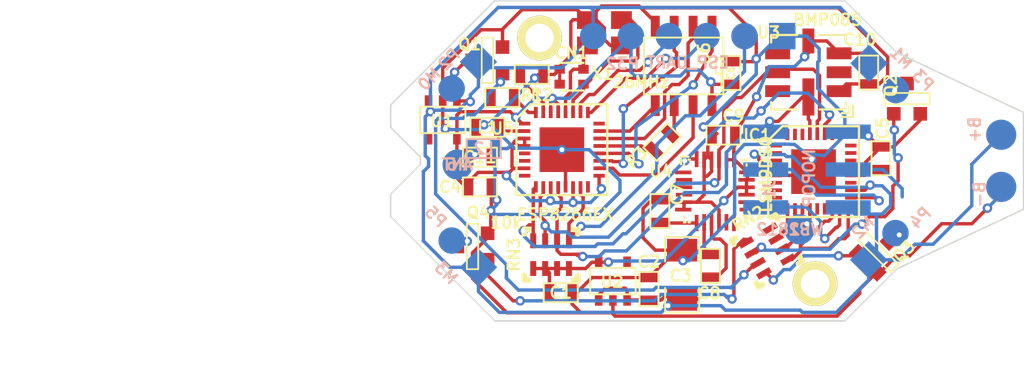
<source format=kicad_pcb>
(kicad_pcb (version 3) (host pcbnew "(2013-jul-07)-stable")

  (general
    (links 131)
    (no_connects 2)
    (area 109.449999 37.949999 152.050001 59.550001)
    (thickness 1.6)
    (drawings 16)
    (tracks 773)
    (zones 0)
    (modules 43)
    (nets 43)
  )

  (page A3)
  (layers
    (15 F.Cu signal)
    (0 B.Cu signal)
    (16 B.Adhes user)
    (17 F.Adhes user)
    (18 B.Paste user)
    (19 F.Paste user)
    (20 B.SilkS user)
    (21 F.SilkS user)
    (22 B.Mask user)
    (23 F.Mask user)
    (24 Dwgs.User user)
    (25 Cmts.User user)
    (26 Eco1.User user)
    (27 Eco2.User user)
    (28 Edge.Cuts user)
  )

  (setup
    (last_trace_width 0.2286)
    (trace_clearance 0.2159)
    (zone_clearance 0.508)
    (zone_45_only no)
    (trace_min 0.008)
    (segment_width 0.2)
    (edge_width 0.1)
    (via_size 0.635)
    (via_drill 0.3302)
    (via_min_size 0.025)
    (via_min_drill 0.3302)
    (uvia_size 0.508)
    (uvia_drill 0.127)
    (uvias_allowed no)
    (uvia_min_size 0.02)
    (uvia_min_drill 0.127)
    (pcb_text_width 0.3)
    (pcb_text_size 1.5 1.5)
    (mod_edge_width 0.15)
    (mod_text_size 0.762 0.762)
    (mod_text_width 0.1524)
    (pad_size 1.1 0.25)
    (pad_drill 0)
    (pad_to_mask_clearance 0)
    (aux_axis_origin 0 0)
    (visible_elements FFFFFFBF)
    (pcbplotparams
      (layerselection 3178497)
      (usegerberextensions true)
      (excludeedgelayer true)
      (linewidth 0.150000)
      (plotframeref false)
      (viasonmask false)
      (mode 1)
      (useauxorigin false)
      (hpglpennumber 1)
      (hpglpenspeed 20)
      (hpglpendiameter 15)
      (hpglpenoverlay 2)
      (psnegative false)
      (psa4output false)
      (plotreference true)
      (plotvalue true)
      (plotothertext true)
      (plotinvisibletext false)
      (padsonsilk false)
      (subtractmaskfromsilk false)
      (outputformat 1)
      (mirror false)
      (drillshape 1)
      (scaleselection 1)
      (outputdirectory ""))
  )

  (net 0 "")
  (net 1 +3.3V)
  (net 2 +3.3VP)
  (net 3 +BATT)
  (net 4 GND)
  (net 5 GPIO0)
  (net 6 MTR0)
  (net 7 MTR1)
  (net 8 MTR2)
  (net 9 MTR3)
  (net 10 N-0000014)
  (net 11 N-0000019)
  (net 12 N-000002)
  (net 13 N-0000020)
  (net 14 N-0000023)
  (net 15 N-0000024)
  (net 16 N-0000025)
  (net 17 N-0000026)
  (net 18 N-0000027)
  (net 19 N-000003)
  (net 20 N-0000030)
  (net 21 N-0000031)
  (net 22 N-0000033)
  (net 23 N-0000034)
  (net 24 N-000004)
  (net 25 N-0000045)
  (net 26 N-0000047)
  (net 27 N-0000048)
  (net 28 N-000005)
  (net 29 N-0000055)
  (net 30 N-0000057)
  (net 31 N-0000059)
  (net 32 N-000006)
  (net 33 N-0000060)
  (net 34 N-0000063)
  (net 35 N-0000073)
  (net 36 N-0000074)
  (net 37 N-0000075)
  (net 38 N-0000076)
  (net 39 SCL)
  (net 40 SDA)
  (net 41 WS2812)
  (net 42 ~RESET~)

  (net_class Default "This is the default net class."
    (clearance 0.2159)
    (trace_width 0.2286)
    (via_dia 0.635)
    (via_drill 0.3302)
    (uvia_dia 0.508)
    (uvia_drill 0.127)
    (add_net "")
    (add_net +3.3V)
    (add_net +3.3VP)
    (add_net +BATT)
    (add_net GND)
    (add_net GPIO0)
    (add_net MTR0)
    (add_net MTR1)
    (add_net MTR2)
    (add_net MTR3)
    (add_net N-0000014)
    (add_net N-0000019)
    (add_net N-000002)
    (add_net N-0000020)
    (add_net N-0000023)
    (add_net N-0000024)
    (add_net N-0000025)
    (add_net N-0000026)
    (add_net N-0000027)
    (add_net N-000003)
    (add_net N-0000030)
    (add_net N-0000031)
    (add_net N-0000033)
    (add_net N-0000034)
    (add_net N-000004)
    (add_net N-0000045)
    (add_net N-0000047)
    (add_net N-0000048)
    (add_net N-000005)
    (add_net N-0000055)
    (add_net N-0000057)
    (add_net N-0000059)
    (add_net N-000006)
    (add_net N-0000060)
    (add_net N-0000063)
    (add_net N-0000073)
    (add_net N-0000074)
    (add_net N-0000075)
    (add_net N-0000076)
    (add_net SCL)
    (add_net SDA)
    (add_net WS2812)
    (add_net ~RESET~)
  )

  (module LGA-24 (layer F.Cu) (tedit 54A2D985) (tstamp 54A25737)
    (at 131.3 50.775)
    (path /54A1A6C2)
    (fp_text reference U4 (at -3.65 -1.325) (layer F.SilkS)
      (effects (font (size 0.762 0.762) (thickness 0.1524)))
    )
    (fp_text value LSM9DS0 (at 3.4 -1.125 90) (layer F.SilkS)
      (effects (font (size 0.762 0.762) (thickness 0.1524)))
    )
    (fp_line (start 2.1 1.8) (end 2.1 1.7) (layer F.SilkS) (width 0.15))
    (fp_line (start 1.8 2.1) (end 1.7 2.1) (layer F.SilkS) (width 0.15))
    (fp_line (start -1.8 2.1) (end -1.7 2.1) (layer F.SilkS) (width 0.15))
    (fp_line (start -2.1 1.8) (end -2.1 1.7) (layer F.SilkS) (width 0.15))
    (fp_line (start -2.1 -1.8) (end -2.1 -1.7) (layer F.SilkS) (width 0.15))
    (fp_line (start -1.8 -2.1) (end -1.7 -2.1) (layer F.SilkS) (width 0.15))
    (fp_line (start 1.8 -2.1) (end 1.7 -2.1) (layer F.SilkS) (width 0.15))
    (fp_line (start 2.1 -1.8) (end 2.1 -1.7) (layer F.SilkS) (width 0.15))
    (fp_line (start -1.8 -2.3) (end -2.3 -2.3) (layer F.SilkS) (width 0.15))
    (fp_line (start -2.3 -2.3) (end -2.3 -1.8) (layer F.SilkS) (width 0.15))
    (fp_line (start -2 2.1) (end -2.1 2.1) (layer F.SilkS) (width 0.15))
    (fp_line (start -2.1 2.1) (end -2.1 2) (layer F.SilkS) (width 0.15))
    (fp_line (start 2.1 2) (end 2.1 2.1) (layer F.SilkS) (width 0.15))
    (fp_line (start 2.1 2.1) (end 2 2.1) (layer F.SilkS) (width 0.15))
    (fp_line (start 2 -2.1) (end 2.1 -2.1) (layer F.SilkS) (width 0.15))
    (fp_line (start 2.1 -2.1) (end 2.1 -2) (layer F.SilkS) (width 0.15))
    (fp_line (start -2.1 -2) (end -2.1 -2.1) (layer F.SilkS) (width 0.15))
    (fp_line (start -2.1 -2.1) (end -2 -2.1) (layer F.SilkS) (width 0.15))
    (pad 1 smd rect (at -2.15 -1.25) (size 1.1 0.25)
      (layers F.Cu F.Paste F.Mask)
    )
    (pad 2 smd rect (at -2.1 -0.75) (size 1.1 0.25)
      (layers F.Cu F.Paste F.Mask)
    )
    (pad 3 smd rect (at -2.1 -0.25) (size 1.1 0.25)
      (layers F.Cu F.Paste F.Mask)
    )
    (pad 4 smd rect (at -2.1 0.25) (size 1.1 0.25)
      (layers F.Cu F.Paste F.Mask)
    )
    (pad 5 smd rect (at -2.1 0.75) (size 1.1 0.25)
      (layers F.Cu F.Paste F.Mask)
      (net 4 GND)
    )
    (pad 6 smd rect (at -2.15 1.25) (size 1.1 0.25)
      (layers F.Cu F.Paste F.Mask)
      (net 4 GND)
    )
    (pad 7 smd rect (at -1.25 2.15 90) (size 1.1 0.25)
      (layers F.Cu F.Paste F.Mask)
      (net 12 N-000002)
    )
    (pad 8 smd rect (at -0.75 2.1 90) (size 1.1 0.25)
      (layers F.Cu F.Paste F.Mask)
      (net 19 N-000003)
    )
    (pad 9 smd rect (at -0.25 2.1 90) (size 1.1 0.25)
      (layers F.Cu F.Paste F.Mask)
      (net 24 N-000004)
    )
    (pad 10 smd rect (at 0.25 2.1 90) (size 1.1 0.25)
      (layers F.Cu F.Paste F.Mask)
      (net 4 GND)
    )
    (pad 11 smd rect (at 0.75 2.1 90) (size 1.1 0.25)
      (layers F.Cu F.Paste F.Mask)
    )
    (pad 12 smd rect (at 1.25 2.15 90) (size 1.1 0.25)
      (layers F.Cu F.Paste F.Mask)
    )
    (pad 13 smd rect (at 2.15 1.25) (size 1.04 0.25)
      (layers F.Cu F.Paste F.Mask)
    )
    (pad 14 smd rect (at 2.1 0.75) (size 1.1 0.25)
      (layers F.Cu F.Paste F.Mask)
    )
    (pad 15 smd rect (at 2.1 0.25) (size 1.1 0.25)
      (layers F.Cu F.Paste F.Mask)
      (net 2 +3.3VP)
    )
    (pad 16 smd rect (at 2.1 -0.25) (size 1.1 0.25)
      (layers F.Cu F.Paste F.Mask)
      (net 2 +3.3VP)
    )
    (pad 17 smd rect (at 2.1 -0.75) (size 1.1 0.25)
      (layers F.Cu F.Paste F.Mask)
      (net 2 +3.3VP)
    )
    (pad 18 smd rect (at 2.15 -1.25) (size 1.1 0.25)
      (layers F.Cu F.Paste F.Mask)
      (net 2 +3.3VP)
    )
    (pad 19 smd rect (at 1.25 -2.15 90) (size 1.1 0.25)
      (layers F.Cu F.Paste F.Mask)
      (net 2 +3.3VP)
    )
    (pad 20 smd rect (at 0.75 -2.1 90) (size 1.1 0.25)
      (layers F.Cu F.Paste F.Mask)
      (net 2 +3.3VP)
    )
    (pad 21 smd rect (at 0.25 -2.1 90) (size 1.1 0.25)
      (layers F.Cu F.Paste F.Mask)
      (net 39 SCL)
    )
    (pad 22 smd rect (at -0.25 -2.1 90) (size 1.1 0.25)
      (layers F.Cu F.Paste F.Mask)
      (net 4 GND)
    )
    (pad 23 smd rect (at -0.75 -2.1 90) (size 1.1 0.25)
      (layers F.Cu F.Paste F.Mask)
      (net 4 GND)
    )
    (pad 24 smd rect (at -1.25 -2.15 90) (size 1.1 0.25)
      (layers F.Cu F.Paste F.Mask)
      (net 40 SDA)
    )
  )

  (module XTAL4P (layer F.Cu) (tedit 54A1E408) (tstamp 54A25592)
    (at 125 41 180)
    (path /54A196FB)
    (fp_text reference X1 (at 1.27 -1.905 180) (layer F.SilkS)
      (effects (font (size 0.762 0.762) (thickness 0.1524)))
    )
    (fp_text value 26MHz (at -1.31816 -2.45904 180) (layer F.SilkS)
      (effects (font (size 0.762 0.762) (thickness 0.1524)))
    )
    (pad 4 smd rect (at 0 0 180) (size 1.397 1.1938)
      (layers F.Cu F.Paste F.Mask)
      (net 4 GND)
    )
    (pad 1 smd rect (at 0 1.7018 180) (size 1.397 1.1938)
      (layers F.Cu F.Paste F.Mask)
      (net 32 N-000006)
    )
    (pad 3 smd rect (at 2.286 1.7018 180) (size 1.397 1.1938)
      (layers F.Cu F.Paste F.Mask)
      (net 4 GND)
    )
    (pad 2 smd rect (at 2.286 0 180) (size 1.397 1.1938)
      (layers F.Cu F.Paste F.Mask)
      (net 28 N-000005)
    )
  )

  (module SOT23GDS (layer F.Cu) (tedit 54A1E41A) (tstamp 54A2559D)
    (at 144.175 44.575 180)
    (descr "Module CMS SOT23 Transistore EBC")
    (tags "CMS SOT")
    (path /54A1CC49)
    (attr smd)
    (fp_text reference Q2 (at 1.0927 0.8841 270) (layer F.SilkS)
      (effects (font (size 0.762 0.762) (thickness 0.1524)))
    )
    (fp_text value 7A_20V (at 0 0 180) (layer F.SilkS) hide
      (effects (font (size 0.762 0.762) (thickness 0.1524)))
    )
    (fp_line (start -1.524 -0.381) (end 1.524 -0.381) (layer F.SilkS) (width 0.11938))
    (fp_line (start 1.524 -0.381) (end 1.524 0.381) (layer F.SilkS) (width 0.11938))
    (fp_line (start 1.524 0.381) (end -1.524 0.381) (layer F.SilkS) (width 0.11938))
    (fp_line (start -1.524 0.381) (end -1.524 -0.381) (layer F.SilkS) (width 0.11938))
    (pad S smd rect (at -0.889 -1.016 180) (size 0.9144 0.9144)
      (layers F.Cu F.Paste F.Mask)
      (net 4 GND)
    )
    (pad G smd rect (at 0.889 -1.016 180) (size 0.9144 0.9144)
      (layers F.Cu F.Paste F.Mask)
      (net 18 N-0000027)
    )
    (pad D smd rect (at 0 1.016 180) (size 0.9144 0.9144)
      (layers F.Cu F.Paste F.Mask)
      (net 16 N-0000025)
    )
    (model smd/cms_sot23.wrl
      (at (xyz 0 0 0))
      (scale (xyz 0.13 0.15 0.15))
      (rotate (xyz 0 0 0))
    )
  )

  (module SOT23GDS (layer F.Cu) (tedit 54A1E3DD) (tstamp 54A255A8)
    (at 116 42 270)
    (descr "Module CMS SOT23 Transistore EBC")
    (tags "CMS SOT")
    (path /54A1CC26)
    (attr smd)
    (fp_text reference Q1 (at -1.08136 1.19532 360) (layer F.SilkS)
      (effects (font (size 0.762 0.762) (thickness 0.1524)))
    )
    (fp_text value 7A_20V (at 0 0 270) (layer F.SilkS) hide
      (effects (font (size 0.762 0.762) (thickness 0.1524)))
    )
    (fp_line (start -1.524 -0.381) (end 1.524 -0.381) (layer F.SilkS) (width 0.11938))
    (fp_line (start 1.524 -0.381) (end 1.524 0.381) (layer F.SilkS) (width 0.11938))
    (fp_line (start 1.524 0.381) (end -1.524 0.381) (layer F.SilkS) (width 0.11938))
    (fp_line (start -1.524 0.381) (end -1.524 -0.381) (layer F.SilkS) (width 0.11938))
    (pad S smd rect (at -0.889 -1.016 270) (size 0.9144 0.9144)
      (layers F.Cu F.Paste F.Mask)
      (net 4 GND)
    )
    (pad G smd rect (at 0.889 -1.016 270) (size 0.9144 0.9144)
      (layers F.Cu F.Paste F.Mask)
      (net 20 N-0000030)
    )
    (pad D smd rect (at 0 1.016 270) (size 0.9144 0.9144)
      (layers F.Cu F.Paste F.Mask)
      (net 15 N-0000024)
    )
    (model smd/cms_sot23.wrl
      (at (xyz 0 0 0))
      (scale (xyz 0.13 0.15 0.15))
      (rotate (xyz 0 0 0))
    )
  )

  (module SOT23GDS (layer F.Cu) (tedit 54A1E4BA) (tstamp 54A255B3)
    (at 142.25 54.875 135)
    (descr "Module CMS SOT23 Transistore EBC")
    (tags "CMS SOT")
    (path /54A1CC7A)
    (attr smd)
    (fp_text reference Q3 (at -1.1904 1.2482 225) (layer F.SilkS)
      (effects (font (size 0.762 0.762) (thickness 0.1524)))
    )
    (fp_text value 7A_20V (at 0 0 135) (layer F.SilkS) hide
      (effects (font (size 0.762 0.762) (thickness 0.1524)))
    )
    (fp_line (start -1.524 -0.381) (end 1.524 -0.381) (layer F.SilkS) (width 0.11938))
    (fp_line (start 1.524 -0.381) (end 1.524 0.381) (layer F.SilkS) (width 0.11938))
    (fp_line (start 1.524 0.381) (end -1.524 0.381) (layer F.SilkS) (width 0.11938))
    (fp_line (start -1.524 0.381) (end -1.524 -0.381) (layer F.SilkS) (width 0.11938))
    (pad S smd rect (at -0.889 -1.016 135) (size 0.9144 0.9144)
      (layers F.Cu F.Paste F.Mask)
      (net 4 GND)
    )
    (pad G smd rect (at 0.889 -1.016 135) (size 0.9144 0.9144)
      (layers F.Cu F.Paste F.Mask)
      (net 21 N-0000031)
    )
    (pad D smd rect (at 0 1.016 135) (size 0.9144 0.9144)
      (layers F.Cu F.Paste F.Mask)
      (net 22 N-0000033)
    )
    (model smd/cms_sot23.wrl
      (at (xyz 0 0 0))
      (scale (xyz 0.13 0.15 0.15))
      (rotate (xyz 0 0 0))
    )
  )

  (module SOT23GDS (layer F.Cu) (tedit 54A1E48B) (tstamp 54A255BE)
    (at 115 54.5 270)
    (descr "Module CMS SOT23 Transistore EBC")
    (tags "CMS SOT")
    (path /54A1CC80)
    (attr smd)
    (fp_text reference Q4 (at -2.2662 -0.3967 360) (layer F.SilkS)
      (effects (font (size 0.762 0.762) (thickness 0.1524)))
    )
    (fp_text value 7A_20V (at 0 0 270) (layer F.SilkS) hide
      (effects (font (size 0.762 0.762) (thickness 0.1524)))
    )
    (fp_line (start -1.524 -0.381) (end 1.524 -0.381) (layer F.SilkS) (width 0.11938))
    (fp_line (start 1.524 -0.381) (end 1.524 0.381) (layer F.SilkS) (width 0.11938))
    (fp_line (start 1.524 0.381) (end -1.524 0.381) (layer F.SilkS) (width 0.11938))
    (fp_line (start -1.524 0.381) (end -1.524 -0.381) (layer F.SilkS) (width 0.11938))
    (pad S smd rect (at -0.889 -1.016 270) (size 0.9144 0.9144)
      (layers F.Cu F.Paste F.Mask)
      (net 4 GND)
    )
    (pad G smd rect (at 0.889 -1.016 270) (size 0.9144 0.9144)
      (layers F.Cu F.Paste F.Mask)
      (net 25 N-0000045)
    )
    (pad D smd rect (at 0 1.016 270) (size 0.9144 0.9144)
      (layers F.Cu F.Paste F.Mask)
      (net 23 N-0000034)
    )
    (model smd/cms_sot23.wrl
      (at (xyz 0 0 0))
      (scale (xyz 0.13 0.15 0.15))
      (rotate (xyz 0 0 0))
    )
  )

  (module SOT23-5 (layer F.Cu) (tedit 54A1E495) (tstamp 54A255CB)
    (at 124.425 56.825)
    (path /54A1BF25)
    (attr smd)
    (fp_text reference U2 (at -0.0577 0.0427) (layer F.SilkS)
      (effects (font (size 0.762 0.762) (thickness 0.1524)))
    )
    (fp_text value MCP1824 (at 0 0) (layer F.SilkS) hide
      (effects (font (size 0.762 0.762) (thickness 0.1524)))
    )
    (fp_line (start 1.524 -0.889) (end 1.524 0.889) (layer F.SilkS) (width 0.127))
    (fp_line (start 1.524 0.889) (end -1.524 0.889) (layer F.SilkS) (width 0.127))
    (fp_line (start -1.524 0.889) (end -1.524 -0.889) (layer F.SilkS) (width 0.127))
    (fp_line (start -1.524 -0.889) (end 1.524 -0.889) (layer F.SilkS) (width 0.127))
    (pad 1 smd rect (at -0.9525 1.27) (size 0.508 0.762)
      (layers F.Cu F.Paste F.Mask)
      (net 3 +BATT)
    )
    (pad 3 smd rect (at 0.9525 1.27) (size 0.508 0.762)
      (layers F.Cu F.Paste F.Mask)
      (net 3 +BATT)
    )
    (pad 5 smd rect (at -0.9525 -1.27) (size 0.508 0.762)
      (layers F.Cu F.Paste F.Mask)
      (net 2 +3.3VP)
    )
    (pad 2 smd rect (at 0 1.27) (size 0.508 0.762)
      (layers F.Cu F.Paste F.Mask)
      (net 4 GND)
    )
    (pad 4 smd rect (at 0.9525 -1.27) (size 0.508 0.762)
      (layers F.Cu F.Paste F.Mask)
    )
    (model smd/SOT23_5.wrl
      (at (xyz 0 0 0))
      (scale (xyz 0.1 0.1 0.1))
      (rotate (xyz 0 0 0))
    )
  )

  (module SOT23-5 (layer F.Cu) (tedit 54A1E3D4) (tstamp 54A255D8)
    (at 113 46 180)
    (path /54A1AD3D)
    (attr smd)
    (fp_text reference U1 (at 0.0382 -0.07414 180) (layer F.SilkS)
      (effects (font (size 0.762 0.762) (thickness 0.1524)))
    )
    (fp_text value MCP1824 (at 0 0 180) (layer F.SilkS) hide
      (effects (font (size 0.762 0.762) (thickness 0.1524)))
    )
    (fp_line (start 1.524 -0.889) (end 1.524 0.889) (layer F.SilkS) (width 0.127))
    (fp_line (start 1.524 0.889) (end -1.524 0.889) (layer F.SilkS) (width 0.127))
    (fp_line (start -1.524 0.889) (end -1.524 -0.889) (layer F.SilkS) (width 0.127))
    (fp_line (start -1.524 -0.889) (end 1.524 -0.889) (layer F.SilkS) (width 0.127))
    (pad 1 smd rect (at -0.9525 1.27 180) (size 0.508 0.762)
      (layers F.Cu F.Paste F.Mask)
      (net 3 +BATT)
    )
    (pad 3 smd rect (at 0.9525 1.27 180) (size 0.508 0.762)
      (layers F.Cu F.Paste F.Mask)
      (net 3 +BATT)
    )
    (pad 5 smd rect (at -0.9525 -1.27 180) (size 0.508 0.762)
      (layers F.Cu F.Paste F.Mask)
      (net 1 +3.3V)
    )
    (pad 2 smd rect (at 0 1.27 180) (size 0.508 0.762)
      (layers F.Cu F.Paste F.Mask)
      (net 4 GND)
    )
    (pad 4 smd rect (at 0.9525 -1.27 180) (size 0.508 0.762)
      (layers F.Cu F.Paste F.Mask)
    )
    (model smd/SOT23_5.wrl
      (at (xyz 0 0 0))
      (scale (xyz 0.1 0.1 0.1))
      (rotate (xyz 0 0 0))
    )
  )

  (module SO8E (layer F.Cu) (tedit 54A1E413) (tstamp 54A255EC)
    (at 129.175 42.375 180)
    (descr "module CMS SOJ 8 pins etroit")
    (tags "CMS SOJ")
    (path /54A19351)
    (attr smd)
    (fp_text reference U6 (at -1.36654 0.81892 270) (layer F.SilkS)
      (effects (font (size 0.762 0.762) (thickness 0.1524)))
    )
    (fp_text value W25Q80DV (at -0.38356 0.189 180) (layer F.SilkS) hide
      (effects (font (size 0.762 0.762) (thickness 0.1524)))
    )
    (fp_line (start -2.667 1.778) (end -2.667 1.905) (layer F.SilkS) (width 0.127))
    (fp_line (start -2.667 1.905) (end 2.667 1.905) (layer F.SilkS) (width 0.127))
    (fp_line (start 2.667 -1.905) (end -2.667 -1.905) (layer F.SilkS) (width 0.127))
    (fp_line (start -2.667 -1.905) (end -2.667 1.778) (layer F.SilkS) (width 0.127))
    (fp_line (start -2.667 -0.508) (end -2.159 -0.508) (layer F.SilkS) (width 0.127))
    (fp_line (start -2.159 -0.508) (end -2.159 0.508) (layer F.SilkS) (width 0.127))
    (fp_line (start -2.159 0.508) (end -2.667 0.508) (layer F.SilkS) (width 0.127))
    (fp_line (start 2.667 -1.905) (end 2.667 1.905) (layer F.SilkS) (width 0.127))
    (pad 8 smd rect (at -1.905 -2.667 180) (size 0.59944 1.39954)
      (layers F.Cu F.Paste F.Mask)
      (net 1 +3.3V)
    )
    (pad 1 smd rect (at -1.905 2.667 180) (size 0.59944 1.39954)
      (layers F.Cu F.Paste F.Mask)
      (net 29 N-0000055)
    )
    (pad 7 smd rect (at -0.635 -2.667 180) (size 0.59944 1.39954)
      (layers F.Cu F.Paste F.Mask)
      (net 37 N-0000075)
    )
    (pad 6 smd rect (at 0.635 -2.667 180) (size 0.59944 1.39954)
      (layers F.Cu F.Paste F.Mask)
      (net 33 N-0000060)
    )
    (pad 5 smd rect (at 1.905 -2.667 180) (size 0.59944 1.39954)
      (layers F.Cu F.Paste F.Mask)
      (net 38 N-0000076)
    )
    (pad 2 smd rect (at -0.635 2.667 180) (size 0.59944 1.39954)
      (layers F.Cu F.Paste F.Mask)
      (net 31 N-0000059)
    )
    (pad 3 smd rect (at 0.635 2.667 180) (size 0.59944 1.39954)
      (layers F.Cu F.Paste F.Mask)
      (net 30 N-0000057)
    )
    (pad 4 smd rect (at 1.905 2.667 180) (size 0.59944 1.39954)
      (layers F.Cu F.Paste F.Mask)
      (net 4 GND)
    )
    (model smd/cms_so8.wrl
      (at (xyz 0 0 0))
      (scale (xyz 0.5 0.32 0.5))
      (rotate (xyz 0 0 0))
    )
  )

  (module SM1206 (layer F.Cu) (tedit 54A1E49B) (tstamp 54A255F8)
    (at 129.075 56.4 90)
    (path /54A1B79D)
    (attr smd)
    (fp_text reference C3 (at -0.0652 -0.1057 180) (layer F.SilkS)
      (effects (font (size 0.762 0.762) (thickness 0.1524)))
    )
    (fp_text value 100uF (at 0 0 90) (layer F.SilkS) hide
      (effects (font (size 0.762 0.762) (thickness 0.1524)))
    )
    (fp_line (start -2.54 -1.143) (end -2.54 1.143) (layer F.SilkS) (width 0.127))
    (fp_line (start -2.54 1.143) (end -0.889 1.143) (layer F.SilkS) (width 0.127))
    (fp_line (start 0.889 -1.143) (end 2.54 -1.143) (layer F.SilkS) (width 0.127))
    (fp_line (start 2.54 -1.143) (end 2.54 1.143) (layer F.SilkS) (width 0.127))
    (fp_line (start 2.54 1.143) (end 0.889 1.143) (layer F.SilkS) (width 0.127))
    (fp_line (start -0.889 -1.143) (end -2.54 -1.143) (layer F.SilkS) (width 0.127))
    (pad 1 smd rect (at -1.651 0 90) (size 1.524 2.032)
      (layers F.Cu F.Paste F.Mask)
      (net 3 +BATT)
    )
    (pad 2 smd rect (at 1.651 0 90) (size 1.524 2.032)
      (layers F.Cu F.Paste F.Mask)
      (net 4 GND)
    )
    (model smd/chip_cms.wrl
      (at (xyz 0 0 0))
      (scale (xyz 0.17 0.16 0.16))
      (rotate (xyz 0 0 0))
    )
  )

  (module SM0603 (layer B.Cu) (tedit 4E43A3D1) (tstamp 54A2560E)
    (at 115.75 47.925)
    (path /54A24CA4)
    (attr smd)
    (fp_text reference L2 (at 0 0) (layer B.SilkS)
      (effects (font (size 0.762 0.762) (thickness 0.1524)) (justify mirror))
    )
    (fp_text value NP (at 0 0) (layer B.SilkS) hide
      (effects (font (size 0.762 0.762) (thickness 0.1524)) (justify mirror))
    )
    (fp_line (start -1.143 0.635) (end 1.143 0.635) (layer B.SilkS) (width 0.127))
    (fp_line (start 1.143 0.635) (end 1.143 -0.635) (layer B.SilkS) (width 0.127))
    (fp_line (start 1.143 -0.635) (end -1.143 -0.635) (layer B.SilkS) (width 0.127))
    (fp_line (start -1.143 -0.635) (end -1.143 0.635) (layer B.SilkS) (width 0.127))
    (pad 1 smd rect (at -0.762 0) (size 0.635 1.143)
      (layers B.Cu B.Paste B.Mask)
      (net 14 N-0000023)
    )
    (pad 2 smd rect (at 0.762 0) (size 0.635 1.143)
      (layers B.Cu B.Paste B.Mask)
      (net 4 GND)
    )
    (model smd\resistors\R0603.wrl
      (at (xyz 0 0 0.001))
      (scale (xyz 0.5 0.5 0.5))
      (rotate (xyz 0 0 0))
    )
  )

  (module SM0603 (layer F.Cu) (tedit 54A1E405) (tstamp 54A25618)
    (at 127.725 47.5 45)
    (path /54A19362)
    (attr smd)
    (fp_text reference R3 (at -1.94168 -0.49376 45) (layer F.SilkS)
      (effects (font (size 0.762 0.762) (thickness 0.1524)))
    )
    (fp_text value 200 (at 0 0 45) (layer F.SilkS) hide
      (effects (font (size 0.762 0.762) (thickness 0.1524)))
    )
    (fp_line (start -1.143 -0.635) (end 1.143 -0.635) (layer F.SilkS) (width 0.127))
    (fp_line (start 1.143 -0.635) (end 1.143 0.635) (layer F.SilkS) (width 0.127))
    (fp_line (start 1.143 0.635) (end -1.143 0.635) (layer F.SilkS) (width 0.127))
    (fp_line (start -1.143 0.635) (end -1.143 -0.635) (layer F.SilkS) (width 0.127))
    (pad 1 smd rect (at -0.762 0 45) (size 0.635 1.143)
      (layers F.Cu F.Paste F.Mask)
      (net 34 N-0000063)
    )
    (pad 2 smd rect (at 0.762 0 45) (size 0.635 1.143)
      (layers F.Cu F.Paste F.Mask)
      (net 33 N-0000060)
    )
    (model smd\resistors\R0603.wrl
      (at (xyz 0 0 0.001))
      (scale (xyz 0.5 0.5 0.5))
      (rotate (xyz 0 0 0))
    )
  )

  (module SM0603 (layer F.Cu) (tedit 54A2CD78) (tstamp 54A25622)
    (at 118.975 42.95)
    (path /54A19514)
    (attr smd)
    (fp_text reference R2 (at 0.675 1.375) (layer F.SilkS)
      (effects (font (size 0.762 0.762) (thickness 0.1524)))
    )
    (fp_text value 12k (at 0 0) (layer F.SilkS) hide
      (effects (font (size 0.762 0.762) (thickness 0.1524)))
    )
    (fp_line (start -1.143 -0.635) (end 1.143 -0.635) (layer F.SilkS) (width 0.127))
    (fp_line (start 1.143 -0.635) (end 1.143 0.635) (layer F.SilkS) (width 0.127))
    (fp_line (start 1.143 0.635) (end -1.143 0.635) (layer F.SilkS) (width 0.127))
    (fp_line (start -1.143 0.635) (end -1.143 -0.635) (layer F.SilkS) (width 0.127))
    (pad 1 smd rect (at -0.762 0) (size 0.635 1.143)
      (layers F.Cu F.Paste F.Mask)
      (net 35 N-0000073)
    )
    (pad 2 smd rect (at 0.762 0) (size 0.635 1.143)
      (layers F.Cu F.Paste F.Mask)
      (net 4 GND)
    )
    (model smd\resistors\R0603.wrl
      (at (xyz 0 0 0.001))
      (scale (xyz 0.5 0.5 0.5))
      (rotate (xyz 0 0 0))
    )
  )

  (module SM0603 (layer F.Cu) (tedit 54A1E4A7) (tstamp 54A2562C)
    (at 130.975 55.8 90)
    (path /54A1C074)
    (attr smd)
    (fp_text reference C8 (at -1.8369 -0.0748 180) (layer F.SilkS)
      (effects (font (size 0.762 0.762) (thickness 0.1524)))
    )
    (fp_text value .22uF (at 0 0 90) (layer F.SilkS) hide
      (effects (font (size 0.762 0.762) (thickness 0.1524)))
    )
    (fp_line (start -1.143 -0.635) (end 1.143 -0.635) (layer F.SilkS) (width 0.127))
    (fp_line (start 1.143 -0.635) (end 1.143 0.635) (layer F.SilkS) (width 0.127))
    (fp_line (start 1.143 0.635) (end -1.143 0.635) (layer F.SilkS) (width 0.127))
    (fp_line (start -1.143 0.635) (end -1.143 -0.635) (layer F.SilkS) (width 0.127))
    (pad 1 smd rect (at -0.762 0 90) (size 0.635 1.143)
      (layers F.Cu F.Paste F.Mask)
      (net 24 N-000004)
    )
    (pad 2 smd rect (at 0.762 0 90) (size 0.635 1.143)
      (layers F.Cu F.Paste F.Mask)
      (net 19 N-000003)
    )
    (model smd\resistors\R0603.wrl
      (at (xyz 0 0 0.001))
      (scale (xyz 0.5 0.5 0.5))
      (rotate (xyz 0 0 0))
    )
  )

  (module SM0603 (layer F.Cu) (tedit 54A1E426) (tstamp 54A25636)
    (at 141.6 42.825 270)
    (path /54A1BB6C)
    (attr smd)
    (fp_text reference C10 (at -2.2118 0.601 360) (layer F.SilkS)
      (effects (font (size 0.762 0.762) (thickness 0.1524)))
    )
    (fp_text value .1u (at 0 0 270) (layer F.SilkS) hide
      (effects (font (size 0.762 0.762) (thickness 0.1524)))
    )
    (fp_line (start -1.143 -0.635) (end 1.143 -0.635) (layer F.SilkS) (width 0.127))
    (fp_line (start 1.143 -0.635) (end 1.143 0.635) (layer F.SilkS) (width 0.127))
    (fp_line (start 1.143 0.635) (end -1.143 0.635) (layer F.SilkS) (width 0.127))
    (fp_line (start -1.143 0.635) (end -1.143 -0.635) (layer F.SilkS) (width 0.127))
    (pad 1 smd rect (at -0.762 0 270) (size 0.635 1.143)
      (layers F.Cu F.Paste F.Mask)
      (net 2 +3.3VP)
    )
    (pad 2 smd rect (at 0.762 0 270) (size 0.635 1.143)
      (layers F.Cu F.Paste F.Mask)
      (net 4 GND)
    )
    (model smd\resistors\R0603.wrl
      (at (xyz 0 0 0.001))
      (scale (xyz 0.5 0.5 0.5))
      (rotate (xyz 0 0 0))
    )
  )

  (module SM0603 (layer F.Cu) (tedit 54A1E49E) (tstamp 54A25640)
    (at 127.575 52.125 90)
    (path /54A1B986)
    (attr smd)
    (fp_text reference C7 (at 1.1331 1.1749 90) (layer F.SilkS)
      (effects (font (size 0.762 0.762) (thickness 0.1524)))
    )
    (fp_text value 4.7uF (at 0 0 90) (layer F.SilkS) hide
      (effects (font (size 0.762 0.762) (thickness 0.1524)))
    )
    (fp_line (start -1.143 -0.635) (end 1.143 -0.635) (layer F.SilkS) (width 0.127))
    (fp_line (start 1.143 -0.635) (end 1.143 0.635) (layer F.SilkS) (width 0.127))
    (fp_line (start 1.143 0.635) (end -1.143 0.635) (layer F.SilkS) (width 0.127))
    (fp_line (start -1.143 0.635) (end -1.143 -0.635) (layer F.SilkS) (width 0.127))
    (pad 1 smd rect (at -0.762 0 90) (size 0.635 1.143)
      (layers F.Cu F.Paste F.Mask)
      (net 12 N-000002)
    )
    (pad 2 smd rect (at 0.762 0 90) (size 0.635 1.143)
      (layers F.Cu F.Paste F.Mask)
      (net 4 GND)
    )
    (model smd\resistors\R0603.wrl
      (at (xyz 0 0 0.001))
      (scale (xyz 0.5 0.5 0.5))
      (rotate (xyz 0 0 0))
    )
  )

  (module SM0603 (layer F.Cu) (tedit 54A1E3CC) (tstamp 54A2564A)
    (at 117 44.5 180)
    (path /54A195CA)
    (attr smd)
    (fp_text reference R1 (at -1.9642 0.1614 180) (layer F.SilkS)
      (effects (font (size 0.762 0.762) (thickness 0.1524)))
    )
    (fp_text value NOPOP (at 0 0 180) (layer F.SilkS) hide
      (effects (font (size 0.762 0.762) (thickness 0.1524)))
    )
    (fp_line (start -1.143 -0.635) (end 1.143 -0.635) (layer F.SilkS) (width 0.127))
    (fp_line (start 1.143 -0.635) (end 1.143 0.635) (layer F.SilkS) (width 0.127))
    (fp_line (start 1.143 0.635) (end -1.143 0.635) (layer F.SilkS) (width 0.127))
    (fp_line (start -1.143 0.635) (end -1.143 -0.635) (layer F.SilkS) (width 0.127))
    (pad 1 smd rect (at -0.762 0 180) (size 0.635 1.143)
      (layers F.Cu F.Paste F.Mask)
      (net 36 N-0000074)
    )
    (pad 2 smd rect (at 0.762 0 180) (size 0.635 1.143)
      (layers F.Cu F.Paste F.Mask)
    )
    (model smd\resistors\R0603.wrl
      (at (xyz 0 0 0.001))
      (scale (xyz 0.5 0.5 0.5))
      (rotate (xyz 0 0 0))
    )
  )

  (module SM0603 (layer F.Cu) (tedit 4E43A3D1) (tstamp 54A25654)
    (at 120.925 57.6 180)
    (path /54A1CC50)
    (attr smd)
    (fp_text reference C1 (at 0 0 180) (layer F.SilkS)
      (effects (font (size 0.762 0.762) (thickness 0.1524)))
    )
    (fp_text value .1u (at 0 0 180) (layer F.SilkS) hide
      (effects (font (size 0.762 0.762) (thickness 0.1524)))
    )
    (fp_line (start -1.143 -0.635) (end 1.143 -0.635) (layer F.SilkS) (width 0.127))
    (fp_line (start 1.143 -0.635) (end 1.143 0.635) (layer F.SilkS) (width 0.127))
    (fp_line (start 1.143 0.635) (end -1.143 0.635) (layer F.SilkS) (width 0.127))
    (fp_line (start -1.143 0.635) (end -1.143 -0.635) (layer F.SilkS) (width 0.127))
    (pad 1 smd rect (at -0.762 0 180) (size 0.635 1.143)
      (layers F.Cu F.Paste F.Mask)
      (net 4 GND)
    )
    (pad 2 smd rect (at 0.762 0 180) (size 0.635 1.143)
      (layers F.Cu F.Paste F.Mask)
      (net 2 +3.3VP)
    )
    (model smd\resistors\R0603.wrl
      (at (xyz 0 0 0.001))
      (scale (xyz 0.5 0.5 0.5))
      (rotate (xyz 0 0 0))
    )
  )

  (module SM0603 (layer F.Cu) (tedit 54A1E451) (tstamp 54A2565E)
    (at 142.425 48.575 90)
    (path /54A21727)
    (attr smd)
    (fp_text reference C5 (at 2.0015 0.10742 90) (layer F.SilkS)
      (effects (font (size 0.762 0.762) (thickness 0.1524)))
    )
    (fp_text value 1u (at 0 0 90) (layer F.SilkS) hide
      (effects (font (size 0.762 0.762) (thickness 0.1524)))
    )
    (fp_line (start -1.143 -0.635) (end 1.143 -0.635) (layer F.SilkS) (width 0.127))
    (fp_line (start 1.143 -0.635) (end 1.143 0.635) (layer F.SilkS) (width 0.127))
    (fp_line (start 1.143 0.635) (end -1.143 0.635) (layer F.SilkS) (width 0.127))
    (fp_line (start -1.143 0.635) (end -1.143 -0.635) (layer F.SilkS) (width 0.127))
    (pad 1 smd rect (at -0.762 0 90) (size 0.635 1.143)
      (layers F.Cu F.Paste F.Mask)
      (net 10 N-0000014)
    )
    (pad 2 smd rect (at 0.762 0 90) (size 0.635 1.143)
      (layers F.Cu F.Paste F.Mask)
      (net 4 GND)
    )
    (model smd\resistors\R0603.wrl
      (at (xyz 0 0 0.001))
      (scale (xyz 0.5 0.5 0.5))
      (rotate (xyz 0 0 0))
    )
  )

  (module SM0603 (layer F.Cu) (tedit 54A2D97A) (tstamp 54A25668)
    (at 131.85 47.025 180)
    (path /54A1BF47)
    (attr smd)
    (fp_text reference C9 (at -0.675 1.3 180) (layer F.SilkS)
      (effects (font (size 0.762 0.762) (thickness 0.1524)))
    )
    (fp_text value 10uF (at 0 0 180) (layer F.SilkS) hide
      (effects (font (size 0.762 0.762) (thickness 0.1524)))
    )
    (fp_line (start -1.143 -0.635) (end 1.143 -0.635) (layer F.SilkS) (width 0.127))
    (fp_line (start 1.143 -0.635) (end 1.143 0.635) (layer F.SilkS) (width 0.127))
    (fp_line (start 1.143 0.635) (end -1.143 0.635) (layer F.SilkS) (width 0.127))
    (fp_line (start -1.143 0.635) (end -1.143 -0.635) (layer F.SilkS) (width 0.127))
    (pad 1 smd rect (at -0.762 0 180) (size 0.635 1.143)
      (layers F.Cu F.Paste F.Mask)
      (net 2 +3.3VP)
    )
    (pad 2 smd rect (at 0.762 0 180) (size 0.635 1.143)
      (layers F.Cu F.Paste F.Mask)
      (net 4 GND)
    )
    (model smd\resistors\R0603.wrl
      (at (xyz 0 0 0.001))
      (scale (xyz 0.5 0.5 0.5))
      (rotate (xyz 0 0 0))
    )
  )

  (module SM0603 (layer F.Cu) (tedit 4E43A3D1) (tstamp 54A25672)
    (at 116 46.5 180)
    (path /54A24F6F)
    (attr smd)
    (fp_text reference L1 (at 0 0 180) (layer F.SilkS)
      (effects (font (size 0.762 0.762) (thickness 0.1524)))
    )
    (fp_text value NP (at 0 0 180) (layer F.SilkS) hide
      (effects (font (size 0.762 0.762) (thickness 0.1524)))
    )
    (fp_line (start -1.143 -0.635) (end 1.143 -0.635) (layer F.SilkS) (width 0.127))
    (fp_line (start 1.143 -0.635) (end 1.143 0.635) (layer F.SilkS) (width 0.127))
    (fp_line (start 1.143 0.635) (end -1.143 0.635) (layer F.SilkS) (width 0.127))
    (fp_line (start -1.143 0.635) (end -1.143 -0.635) (layer F.SilkS) (width 0.127))
    (pad 1 smd rect (at -0.762 0 180) (size 0.635 1.143)
      (layers F.Cu F.Paste F.Mask)
      (net 17 N-0000026)
    )
    (pad 2 smd rect (at 0.762 0 180) (size 0.635 1.143)
      (layers F.Cu F.Paste F.Mask)
      (net 4 GND)
    )
    (model smd\resistors\R0603.wrl
      (at (xyz 0 0 0.001))
      (scale (xyz 0.5 0.5 0.5))
      (rotate (xyz 0 0 0))
    )
  )

  (module SM0603 (layer F.Cu) (tedit 54A2CCC2) (tstamp 54A2567C)
    (at 115.5 50.5)
    (path /54A1B797)
    (attr smd)
    (fp_text reference C4 (at -2 0) (layer F.SilkS)
      (effects (font (size 0.762 0.762) (thickness 0.1524)))
    )
    (fp_text value 10uF (at 0 0) (layer F.SilkS) hide
      (effects (font (size 0.762 0.762) (thickness 0.1524)))
    )
    (fp_line (start -1.143 -0.635) (end 1.143 -0.635) (layer F.SilkS) (width 0.127))
    (fp_line (start 1.143 -0.635) (end 1.143 0.635) (layer F.SilkS) (width 0.127))
    (fp_line (start 1.143 0.635) (end -1.143 0.635) (layer F.SilkS) (width 0.127))
    (fp_line (start -1.143 0.635) (end -1.143 -0.635) (layer F.SilkS) (width 0.127))
    (pad 1 smd rect (at -0.762 0) (size 0.635 1.143)
      (layers F.Cu F.Paste F.Mask)
      (net 1 +3.3V)
    )
    (pad 2 smd rect (at 0.762 0) (size 0.635 1.143)
      (layers F.Cu F.Paste F.Mask)
      (net 4 GND)
    )
    (model smd\resistors\R0603.wrl
      (at (xyz 0 0 0.001))
      (scale (xyz 0.5 0.5 0.5))
      (rotate (xyz 0 0 0))
    )
  )

  (module SM0603 (layer F.Cu) (tedit 54A1E498) (tstamp 54A25686)
    (at 126.85 57.35 90)
    (path /54A1B774)
    (attr smd)
    (fp_text reference C2 (at 1.8224 -0.0081 180) (layer F.SilkS)
      (effects (font (size 0.762 0.762) (thickness 0.1524)))
    )
    (fp_text value 10uF (at 0 0 90) (layer F.SilkS) hide
      (effects (font (size 0.762 0.762) (thickness 0.1524)))
    )
    (fp_line (start -1.143 -0.635) (end 1.143 -0.635) (layer F.SilkS) (width 0.127))
    (fp_line (start 1.143 -0.635) (end 1.143 0.635) (layer F.SilkS) (width 0.127))
    (fp_line (start 1.143 0.635) (end -1.143 0.635) (layer F.SilkS) (width 0.127))
    (fp_line (start -1.143 0.635) (end -1.143 -0.635) (layer F.SilkS) (width 0.127))
    (pad 1 smd rect (at -0.762 0 90) (size 0.635 1.143)
      (layers F.Cu F.Paste F.Mask)
      (net 3 +BATT)
    )
    (pad 2 smd rect (at 0.762 0 90) (size 0.635 1.143)
      (layers F.Cu F.Paste F.Mask)
      (net 4 GND)
    )
    (model smd\resistors\R0603.wrl
      (at (xyz 0 0 0.001))
      (scale (xyz 0.5 0.5 0.5))
      (rotate (xyz 0 0 0))
    )
  )

  (module SM0603 (layer F.Cu) (tedit 4E43A3D1) (tstamp 54A25690)
    (at 115.5 48.5 180)
    (path /54A249DB)
    (attr smd)
    (fp_text reference C11 (at 0 0 180) (layer F.SilkS)
      (effects (font (size 0.762 0.762) (thickness 0.1524)))
    )
    (fp_text value 5.6pF (at 0 0 180) (layer F.SilkS) hide
      (effects (font (size 0.762 0.762) (thickness 0.1524)))
    )
    (fp_line (start -1.143 -0.635) (end 1.143 -0.635) (layer F.SilkS) (width 0.127))
    (fp_line (start 1.143 -0.635) (end 1.143 0.635) (layer F.SilkS) (width 0.127))
    (fp_line (start 1.143 0.635) (end -1.143 0.635) (layer F.SilkS) (width 0.127))
    (fp_line (start -1.143 0.635) (end -1.143 -0.635) (layer F.SilkS) (width 0.127))
    (pad 1 smd rect (at -0.762 0 180) (size 0.635 1.143)
      (layers F.Cu F.Paste F.Mask)
      (net 17 N-0000026)
    )
    (pad 2 smd rect (at 0.762 0 180) (size 0.635 1.143)
      (layers F.Cu F.Paste F.Mask)
      (net 14 N-0000023)
    )
    (model smd\resistors\R0603.wrl
      (at (xyz 0 0 0.001))
      (scale (xyz 0.5 0.5 0.5))
      (rotate (xyz 0 0 0))
    )
  )

  (module RIBBON6SMT (layer B.Cu) (tedit 54A1E4CC) (tstamp 54A256B2)
    (at 140.225 51.875 90)
    (path /54A19AA6)
    (fp_text reference J1 (at 1.2012 -5.2936 90) (layer B.SilkS)
      (effects (font (size 0.762 0.762) (thickness 0.1524)) (justify mirror))
    )
    (fp_text value NOPOP (at 1.9632 -2.6266 90) (layer B.SilkS)
      (effects (font (size 0.762 0.762) (thickness 0.1524)) (justify mirror))
    )
    (pad 2 smd rect (at 0 0 90) (size 0.9652 3.0226)
      (layers B.Cu B.Paste B.Mask)
      (net 3 +BATT)
    )
    (pad 4 smd rect (at 2.54 0 90) (size 0.9652 3.0226)
      (layers B.Cu B.Paste B.Mask)
      (net 8 MTR2)
    )
    (pad 6 smd rect (at 5.08 0 90) (size 0.9652 3.0226)
      (layers B.Cu B.Paste B.Mask)
      (net 4 GND)
    )
    (pad 1 smd rect (at 0 -5.5372 90) (size 0.9652 3.0226)
      (layers B.Cu B.Paste B.Mask)
      (net 11 N-0000019)
    )
    (pad 3 smd rect (at 2.54 -5.5372 90) (size 0.9652 3.0226)
      (layers B.Cu B.Paste B.Mask)
      (net 13 N-0000020)
    )
    (pad 5 smd rect (at 5.08 -5.5372 90) (size 0.9652 3.0226)
      (layers B.Cu B.Paste B.Mask)
      (net 42 ~RESET~)
    )
  )

  (module QFN32 (layer F.Cu) (tedit 54A2D1C4) (tstamp 54A256DD)
    (at 121 48)
    (descr "Support CMS Plcc 32 pins")
    (tags "CMS Plcc")
    (path /54A176B1)
    (attr smd)
    (fp_text reference U5 (at -3.9918 -1.4211) (layer F.SilkS)
      (effects (font (size 0.762 0.762) (thickness 0.1524)))
    )
    (fp_text value ESP8266EX (at 0.225 4.35) (layer F.SilkS)
      (effects (font (size 0.762 0.762) (thickness 0.1524)))
    )
    (fp_line (start -2.0955 -3.048) (end 2.0955 -3.048) (layer F.SilkS) (width 0.1524))
    (fp_line (start 2.0955 -3.048) (end 3.048 -3.048) (layer F.SilkS) (width 0.1524))
    (fp_line (start 3.048 -3.048) (end 3.048 3.048) (layer F.SilkS) (width 0.1524))
    (fp_line (start 3.048 3.048) (end -3.048 3.048) (layer F.SilkS) (width 0.1524))
    (fp_line (start -3.048 3.048) (end -3.048 -2.0955) (layer F.SilkS) (width 0.1524))
    (fp_line (start -3.048 -2.0955) (end -2.0955 -3.048) (layer F.SilkS) (width 0.1524))
    (pad 31 smd rect (at -1.24968 -2.49936) (size 0.254 0.762)
      (layers F.Cu F.Paste F.Mask)
      (net 35 N-0000073)
    )
    (pad 30 smd rect (at -0.7493 -2.49936) (size 0.254 0.762)
      (layers F.Cu F.Paste F.Mask)
      (net 1 +3.3V)
    )
    (pad 29 smd rect (at -0.24892 -2.49936) (size 0.254 0.762)
      (layers F.Cu F.Paste F.Mask)
      (net 1 +3.3V)
    )
    (pad 32 smd rect (at -1.75006 -2.49936) (size 0.254 0.762)
      (layers F.Cu F.Paste F.Mask)
      (net 36 N-0000074)
    )
    (pad 1 smd rect (at -2.49936 -1.75006 90) (size 0.254 0.762)
      (layers F.Cu F.Paste F.Mask)
      (net 1 +3.3V)
    )
    (pad 2 smd rect (at -2.49936 -1.24968 90) (size 0.254 0.762)
      (layers F.Cu F.Paste F.Mask)
      (net 17 N-0000026)
    )
    (pad 3 smd rect (at -2.49936 -0.7493 90) (size 0.254 0.762)
      (layers F.Cu F.Paste F.Mask)
      (net 1 +3.3V)
    )
    (pad 4 smd rect (at -2.49936 -0.24892 90) (size 0.254 0.762)
      (layers F.Cu F.Paste F.Mask)
      (net 1 +3.3V)
    )
    (pad 5 smd rect (at -2.49936 0.24892 90) (size 0.254 0.762)
      (layers F.Cu F.Paste F.Mask)
    )
    (pad 6 smd rect (at -2.49936 0.7493 90) (size 0.254 0.762)
      (layers F.Cu F.Paste F.Mask)
    )
    (pad 7 smd rect (at -2.49936 1.24968 90) (size 0.254 0.762)
      (layers F.Cu F.Paste F.Mask)
      (net 1 +3.3V)
    )
    (pad 8 smd rect (at -2.49936 1.75006 90) (size 0.254 0.762)
      (layers F.Cu F.Paste F.Mask)
    )
    (pad 16 smd rect (at 1.75006 2.49936) (size 0.254 0.762)
      (layers F.Cu F.Paste F.Mask)
    )
    (pad 9 smd rect (at -1.75006 2.49936) (size 0.254 0.762)
      (layers F.Cu F.Paste F.Mask)
      (net 39 SCL)
    )
    (pad 10 smd rect (at -1.24968 2.49936) (size 0.254 0.762)
      (layers F.Cu F.Paste F.Mask)
      (net 40 SDA)
    )
    (pad 11 smd rect (at -0.7493 2.49936) (size 0.254 0.762)
      (layers F.Cu F.Paste F.Mask)
      (net 1 +3.3V)
    )
    (pad 12 smd rect (at -0.24892 2.49936) (size 0.254 0.762)
      (layers F.Cu F.Paste F.Mask)
      (net 42 ~RESET~)
    )
    (pad 13 smd rect (at 0.24892 2.49936) (size 0.254 0.762)
      (layers F.Cu F.Paste F.Mask)
      (net 4 GND)
    )
    (pad 14 smd rect (at 0.7493 2.49936) (size 0.254 0.762)
      (layers F.Cu F.Paste F.Mask)
      (net 1 +3.3V)
    )
    (pad 15 smd rect (at 1.24968 2.49936) (size 0.254 0.762)
      (layers F.Cu F.Paste F.Mask)
      (net 5 GPIO0)
    )
    (pad 17 smd rect (at 2.49936 1.75006 90) (size 0.254 0.762)
      (layers F.Cu F.Paste F.Mask)
      (net 1 +3.3V)
    )
    (pad 18 smd rect (at 2.49936 1.24968 90) (size 0.254 0.762)
      (layers F.Cu F.Paste F.Mask)
      (net 37 N-0000075)
    )
    (pad 19 smd rect (at 2.49936 0.7493 90) (size 0.254 0.762)
      (layers F.Cu F.Paste F.Mask)
      (net 30 N-0000057)
    )
    (pad 20 smd rect (at 2.49936 0.24892 90) (size 0.254 0.762)
      (layers F.Cu F.Paste F.Mask)
      (net 29 N-0000055)
    )
    (pad 21 smd rect (at 2.49936 -0.24892 90) (size 0.254 0.762)
      (layers F.Cu F.Paste F.Mask)
      (net 34 N-0000063)
    )
    (pad 22 smd rect (at 2.49936 -0.7493 90) (size 0.254 0.762)
      (layers F.Cu F.Paste F.Mask)
      (net 31 N-0000059)
    )
    (pad 23 smd rect (at 2.49936 -1.24968 90) (size 0.254 0.762)
      (layers F.Cu F.Paste F.Mask)
      (net 38 N-0000076)
    )
    (pad 24 smd rect (at 2.49936 -1.75006 90) (size 0.254 0.762)
      (layers F.Cu F.Paste F.Mask)
    )
    (pad 25 smd rect (at 1.75006 -2.49936) (size 0.254 0.762)
      (layers F.Cu F.Paste F.Mask)
      (net 27 N-0000048)
    )
    (pad 26 smd rect (at 1.24968 -2.49936) (size 0.254 0.762)
      (layers F.Cu F.Paste F.Mask)
      (net 26 N-0000047)
    )
    (pad 27 smd rect (at 0.7493 -2.49936) (size 0.254 0.762)
      (layers F.Cu F.Paste F.Mask)
      (net 32 N-000006)
    )
    (pad 28 smd rect (at 0.24892 -2.49936) (size 0.254 0.762)
      (layers F.Cu F.Paste F.Mask)
      (net 28 N-000005)
    )
    (pad 33 smd rect (at 0 0) (size 2.99974 2.99974)
      (layers F.Cu F.Paste F.Mask)
      (net 4 GND)
    )
  )

  (module QFN32 (layer F.Cu) (tedit 54A1E466) (tstamp 54A25708)
    (at 137.9 49.475)
    (descr "Support CMS Plcc 32 pins")
    (tags "CMS Plcc")
    (path /54A19E00)
    (attr smd)
    (fp_text reference IC1 (at -3.785 -2.4503) (layer F.SilkS)
      (effects (font (size 0.762 0.762) (thickness 0.1524)))
    )
    (fp_text value ATMEGA168PB (at 0 0.762) (layer F.SilkS) hide
      (effects (font (size 0.762 0.762) (thickness 0.1524)))
    )
    (fp_line (start -2.0955 -3.048) (end 2.0955 -3.048) (layer F.SilkS) (width 0.1524))
    (fp_line (start 2.0955 -3.048) (end 3.048 -3.048) (layer F.SilkS) (width 0.1524))
    (fp_line (start 3.048 -3.048) (end 3.048 3.048) (layer F.SilkS) (width 0.1524))
    (fp_line (start 3.048 3.048) (end -3.048 3.048) (layer F.SilkS) (width 0.1524))
    (fp_line (start -3.048 3.048) (end -3.048 -2.0955) (layer F.SilkS) (width 0.1524))
    (fp_line (start -3.048 -2.0955) (end -2.0955 -3.048) (layer F.SilkS) (width 0.1524))
    (pad 31 smd rect (at -1.24968 -2.49936) (size 0.254 0.762)
      (layers F.Cu F.Paste F.Mask)
    )
    (pad 30 smd rect (at -0.7493 -2.49936) (size 0.254 0.762)
      (layers F.Cu F.Paste F.Mask)
    )
    (pad 29 smd rect (at -0.24892 -2.49936) (size 0.254 0.762)
      (layers F.Cu F.Paste F.Mask)
      (net 42 ~RESET~)
    )
    (pad 32 smd rect (at -1.75006 -2.49936) (size 0.254 0.762)
      (layers F.Cu F.Paste F.Mask)
    )
    (pad 1 smd rect (at -2.49936 -1.75006 90) (size 0.254 0.762)
      (layers F.Cu F.Paste F.Mask)
      (net 9 MTR3)
    )
    (pad 2 smd rect (at -2.49936 -1.24968 90) (size 0.254 0.762)
      (layers F.Cu F.Paste F.Mask)
    )
    (pad 3 smd rect (at -2.49936 -0.7493 90) (size 0.254 0.762)
      (layers F.Cu F.Paste F.Mask)
    )
    (pad 4 smd rect (at -2.49936 -0.24892 90) (size 0.254 0.762)
      (layers F.Cu F.Paste F.Mask)
      (net 3 +BATT)
    )
    (pad 5 smd rect (at -2.49936 0.24892 90) (size 0.254 0.762)
      (layers F.Cu F.Paste F.Mask)
      (net 4 GND)
    )
    (pad 6 smd rect (at -2.49936 0.7493 90) (size 0.254 0.762)
      (layers F.Cu F.Paste F.Mask)
    )
    (pad 7 smd rect (at -2.49936 1.24968 90) (size 0.254 0.762)
      (layers F.Cu F.Paste F.Mask)
    )
    (pad 8 smd rect (at -2.49936 1.75006 90) (size 0.254 0.762)
      (layers F.Cu F.Paste F.Mask)
    )
    (pad 16 smd rect (at 1.75006 2.49936) (size 0.254 0.762)
      (layers F.Cu F.Paste F.Mask)
      (net 11 N-0000019)
    )
    (pad 9 smd rect (at -1.75006 2.49936) (size 0.254 0.762)
      (layers F.Cu F.Paste F.Mask)
      (net 7 MTR1)
    )
    (pad 10 smd rect (at -1.24968 2.49936) (size 0.254 0.762)
      (layers F.Cu F.Paste F.Mask)
      (net 6 MTR0)
    )
    (pad 11 smd rect (at -0.7493 2.49936) (size 0.254 0.762)
      (layers F.Cu F.Paste F.Mask)
    )
    (pad 12 smd rect (at -0.24892 2.49936) (size 0.254 0.762)
      (layers F.Cu F.Paste F.Mask)
      (net 41 WS2812)
    )
    (pad 13 smd rect (at 0.24892 2.49936) (size 0.254 0.762)
      (layers F.Cu F.Paste F.Mask)
    )
    (pad 14 smd rect (at 0.7493 2.49936) (size 0.254 0.762)
      (layers F.Cu F.Paste F.Mask)
    )
    (pad 15 smd rect (at 1.24968 2.49936) (size 0.254 0.762)
      (layers F.Cu F.Paste F.Mask)
      (net 8 MTR2)
    )
    (pad 17 smd rect (at 2.49936 1.75006 90) (size 0.254 0.762)
      (layers F.Cu F.Paste F.Mask)
      (net 13 N-0000020)
    )
    (pad 18 smd rect (at 2.49936 1.24968 90) (size 0.254 0.762)
      (layers F.Cu F.Paste F.Mask)
      (net 3 +BATT)
    )
    (pad 19 smd rect (at 2.49936 0.7493 90) (size 0.254 0.762)
      (layers F.Cu F.Paste F.Mask)
    )
    (pad 20 smd rect (at 2.49936 0.24892 90) (size 0.254 0.762)
      (layers F.Cu F.Paste F.Mask)
      (net 10 N-0000014)
    )
    (pad 21 smd rect (at 2.49936 -0.24892 90) (size 0.254 0.762)
      (layers F.Cu F.Paste F.Mask)
      (net 4 GND)
    )
    (pad 22 smd rect (at 2.49936 -0.7493 90) (size 0.254 0.762)
      (layers F.Cu F.Paste F.Mask)
    )
    (pad 23 smd rect (at 2.49936 -1.24968 90) (size 0.254 0.762)
      (layers F.Cu F.Paste F.Mask)
    )
    (pad 24 smd rect (at 2.49936 -1.75006 90) (size 0.254 0.762)
      (layers F.Cu F.Paste F.Mask)
    )
    (pad 25 smd rect (at 1.75006 -2.49936) (size 0.254 0.762)
      (layers F.Cu F.Paste F.Mask)
    )
    (pad 26 smd rect (at 1.24968 -2.49936) (size 0.254 0.762)
      (layers F.Cu F.Paste F.Mask)
    )
    (pad 27 smd rect (at 0.7493 -2.49936) (size 0.254 0.762)
      (layers F.Cu F.Paste F.Mask)
      (net 40 SDA)
    )
    (pad 28 smd rect (at 0.24892 -2.49936) (size 0.254 0.762)
      (layers F.Cu F.Paste F.Mask)
      (net 39 SCL)
    )
    (pad 33 smd rect (at 0 0) (size 2.99974 2.99974)
      (layers F.Cu F.Paste F.Mask)
      (net 4 GND)
    )
  )

  (module NETWORK1206 (layer F.Cu) (tedit 54A1E4A5) (tstamp 54A2574B)
    (at 134.775 54.8 120)
    (path /54A1C81F)
    (fp_text reference RN2 (at 2.5 0 210) (layer F.SilkS)
      (effects (font (size 0.762 0.762) (thickness 0.1524)))
    )
    (fp_text value 150 (at -1.46152 -2.74856 120) (layer F.SilkS) hide
      (effects (font (size 0.762 0.762) (thickness 0.1524)))
    )
    (fp_line (start 1.8 1.4) (end 1.8 1.7) (layer F.SilkS) (width 0.381))
    (fp_line (start 1.8 1.7) (end 1.5 1.7) (layer F.SilkS) (width 0.381))
    (fp_line (start -1.8 -1.4) (end -1.8 -1.7) (layer F.SilkS) (width 0.381))
    (fp_line (start -1.8 -1.7) (end -1.5 -1.7) (layer F.SilkS) (width 0.381))
    (fp_line (start 1.5 -1.7) (end 1.8 -1.7) (layer F.SilkS) (width 0.381))
    (fp_line (start 1.8 -1.7) (end 1.8 -1.4) (layer F.SilkS) (width 0.381))
    (fp_line (start -1.8 1.4) (end -1.8 1.7) (layer F.SilkS) (width 0.381))
    (fp_line (start -1.8 1.7) (end -1.5 1.7) (layer F.SilkS) (width 0.381))
    (pad 1 smd rect (at -1.2 0.93 120) (size 0.4 1)
      (layers F.Cu F.Paste F.Mask)
      (net 8 MTR2)
    )
    (pad 2 smd rect (at -0.4 0.93 120) (size 0.4 1)
      (layers F.Cu F.Paste F.Mask)
      (net 6 MTR0)
    )
    (pad 3 smd rect (at 0.4 0.93 120) (size 0.4 1)
      (layers F.Cu F.Paste F.Mask)
      (net 7 MTR1)
    )
    (pad 4 smd rect (at 1.2 0.93 120) (size 0.4 1)
      (layers F.Cu F.Paste F.Mask)
      (net 9 MTR3)
    )
    (pad 5 smd rect (at 1.2 -0.93 120) (size 0.4 1)
      (layers F.Cu F.Paste F.Mask)
      (net 25 N-0000045)
    )
    (pad 6 smd rect (at 0.4 -0.93 120) (size 0.4 1)
      (layers F.Cu F.Paste F.Mask)
      (net 18 N-0000027)
    )
    (pad 7 smd rect (at -0.4 -0.93 120) (size 0.4 1)
      (layers F.Cu F.Paste F.Mask)
      (net 20 N-0000030)
    )
    (pad 8 smd rect (at -1.2 -0.93 120) (size 0.4 1)
      (layers F.Cu F.Paste F.Mask)
      (net 21 N-0000031)
    )
  )

  (module NETWORK1206 (layer F.Cu) (tedit 54A1E492) (tstamp 54A25773)
    (at 120.275 55.05 180)
    (path /54A221E9)
    (fp_text reference RN3 (at 2.5 0 270) (layer F.SilkS)
      (effects (font (size 0.762 0.762) (thickness 0.1524)))
    )
    (fp_text value 10k (at 3.0286 2.1539 180) (layer F.SilkS)
      (effects (font (size 0.762 0.762) (thickness 0.1524)))
    )
    (fp_line (start 1.8 1.4) (end 1.8 1.7) (layer F.SilkS) (width 0.381))
    (fp_line (start 1.8 1.7) (end 1.5 1.7) (layer F.SilkS) (width 0.381))
    (fp_line (start -1.8 -1.4) (end -1.8 -1.7) (layer F.SilkS) (width 0.381))
    (fp_line (start -1.8 -1.7) (end -1.5 -1.7) (layer F.SilkS) (width 0.381))
    (fp_line (start 1.5 -1.7) (end 1.8 -1.7) (layer F.SilkS) (width 0.381))
    (fp_line (start 1.8 -1.7) (end 1.8 -1.4) (layer F.SilkS) (width 0.381))
    (fp_line (start -1.8 1.4) (end -1.8 1.7) (layer F.SilkS) (width 0.381))
    (fp_line (start -1.8 1.7) (end -1.5 1.7) (layer F.SilkS) (width 0.381))
    (pad 1 smd rect (at -1.2 0.93 180) (size 0.4 1)
      (layers F.Cu F.Paste F.Mask)
      (net 5 GPIO0)
    )
    (pad 2 smd rect (at -0.4 0.93 180) (size 0.4 1)
      (layers F.Cu F.Paste F.Mask)
      (net 42 ~RESET~)
    )
    (pad 3 smd rect (at 0.4 0.93 180) (size 0.4 1)
      (layers F.Cu F.Paste F.Mask)
      (net 40 SDA)
    )
    (pad 4 smd rect (at 1.2 0.93 180) (size 0.4 1)
      (layers F.Cu F.Paste F.Mask)
      (net 39 SCL)
    )
    (pad 5 smd rect (at 1.2 -0.93 180) (size 0.4 1)
      (layers F.Cu F.Paste F.Mask)
      (net 2 +3.3VP)
    )
    (pad 6 smd rect (at 0.4 -0.93 180) (size 0.4 1)
      (layers F.Cu F.Paste F.Mask)
      (net 2 +3.3VP)
    )
    (pad 7 smd rect (at -0.4 -0.93 180) (size 0.4 1)
      (layers F.Cu F.Paste F.Mask)
      (net 2 +3.3VP)
    )
    (pad 8 smd rect (at -1.2 -0.93 180) (size 0.4 1)
      (layers F.Cu F.Paste F.Mask)
      (net 2 +3.3VP)
    )
  )

  (module NETWORK0606 (layer F.Cu) (tedit 54A1E3E3) (tstamp 54A2577D)
    (at 121.65 43.1)
    (path /54A1981C)
    (fp_text reference CN1 (at 0 -1.6) (layer F.SilkS)
      (effects (font (size 0.762 0.762) (thickness 0.1524)))
    )
    (fp_text value 10p (at -0.29972 1.5202) (layer F.SilkS) hide
      (effects (font (size 0.762 0.762) (thickness 0.1524)))
    )
    (fp_line (start 0.8 -0.93) (end -0.8 -0.93) (layer F.SilkS) (width 0.15))
    (fp_line (start -0.78 0.93) (end 0.82 0.93) (layer F.SilkS) (width 0.15))
    (pad 1 smd rect (at -0.8 -0.5) (size 0.7 0.6)
      (layers F.Cu F.Paste F.Mask)
      (net 4 GND)
    )
    (pad 2 smd rect (at 0.8 -0.5) (size 0.7 0.6)
      (layers F.Cu F.Paste F.Mask)
      (net 28 N-000005)
    )
    (pad 3 smd rect (at -0.8 0.5) (size 0.7 0.6)
      (layers F.Cu F.Paste F.Mask)
      (net 4 GND)
    )
    (pad 4 smd rect (at 0.8 0.5) (size 0.7 0.6)
      (layers F.Cu F.Paste F.Mask)
      (net 32 N-000006)
    )
  )

  (module BMP085 (layer F.Cu) (tedit 54A1E45A) (tstamp 54A3367C)
    (at 137.55 42.8 180)
    (path /54A1C62B)
    (fp_text reference U3 (at 2.6672 2.667 180) (layer F.SilkS)
      (effects (font (size 0.762 0.762) (thickness 0.1524)))
    )
    (fp_text value BMP085 (at -1.2952 3.5179 180) (layer F.SilkS)
      (effects (font (size 0.762 0.762) (thickness 0.1524)))
    )
    (fp_line (start -2.25 -2.75) (end -2.75 -2.75) (layer F.SilkS) (width 0.15))
    (fp_line (start -2.75 -2.75) (end -2.75 -2.25) (layer F.SilkS) (width 0.15))
    (fp_line (start -3 -2.25) (end -3 -3) (layer F.SilkS) (width 0.15))
    (fp_line (start -3 -3) (end -2.25 -3) (layer F.SilkS) (width 0.15))
    (fp_line (start 2.5 -2) (end 2.5 -2.5) (layer F.SilkS) (width 0.15))
    (fp_line (start 2.5 -2.5) (end 0.75 -2.5) (layer F.SilkS) (width 0.15))
    (fp_line (start 0.75 2.5) (end 2.5 2.5) (layer F.SilkS) (width 0.15))
    (fp_line (start 2.5 2.5) (end 2.5 2) (layer F.SilkS) (width 0.15))
    (fp_line (start -2.5 2) (end -2.5 2.5) (layer F.SilkS) (width 0.15))
    (fp_line (start -2.5 2.5) (end -0.75 2.5) (layer F.SilkS) (width 0.15))
    (fp_line (start -2.5 -2.5) (end -2.5 -2) (layer F.SilkS) (width 0.15))
    (fp_line (start -2.5 -2.5) (end -0.75 -2.5) (layer F.SilkS) (width 0.15))
    (pad 1 smd rect (at -2.065 -1.27 180) (size 1.67 0.8)
      (layers F.Cu F.Paste F.Mask)
      (net 4 GND)
    )
    (pad 2 smd rect (at -2.065 0 180) (size 1.67 0.8)
      (layers F.Cu F.Paste F.Mask)
    )
    (pad 3 smd rect (at -2.065 1.27 180) (size 1.67 0.8)
      (layers F.Cu F.Paste F.Mask)
      (net 2 +3.3VP)
    )
    (pad 4 smd rect (at 0 2.1 270) (size 1.67 0.8)
      (layers F.Cu F.Paste F.Mask)
      (net 2 +3.3VP)
    )
    (pad 5 smd rect (at 2.065 1.27 180) (size 1.67 0.8)
      (layers F.Cu F.Paste F.Mask)
    )
    (pad 6 smd rect (at 2.065 0 180) (size 1.67 0.8)
      (layers F.Cu F.Paste F.Mask)
      (net 39 SCL)
    )
    (pad 7 smd rect (at 2.065 -1.27 180) (size 1.67 0.8)
      (layers F.Cu F.Paste F.Mask)
      (net 40 SDA)
    )
    (pad 8 smd rect (at 0 -1.66 270) (size 2.5 0.8)
      (layers F.Cu F.Paste F.Mask)
      (net 42 ~RESET~)
    )
  )

  (module SMT_1x6 (layer B.Cu) (tedit 54A1E47F) (tstamp 54A2569F)
    (at 129.45 40.375 180)
    (path /54A25539)
    (fp_text reference P32 (at 4.3688 -1.8542 180) (layer B.SilkS)
      (effects (font (size 0.762 0.762) (thickness 0.1524)) (justify mirror))
    )
    (fp_text value ESP_UART (at 0 -1.778 180) (layer B.SilkS)
      (effects (font (size 0.762 0.762) (thickness 0.1524)) (justify mirror))
    )
    (pad 1 smd rect (at -6.35 0 180) (size 1.778 1.778)
      (layers B.Cu B.Paste B.Mask)
      (net 4 GND)
    )
    (pad 2 smd circle (at -3.81 0 180) (size 1.778 1.778)
      (layers B.Cu B.Paste B.Mask)
      (net 5 GPIO0)
    )
    (pad 3 smd circle (at -1.27 0 180) (size 1.778 1.778)
      (layers B.Cu B.Paste B.Mask)
      (net 27 N-0000048)
    )
    (pad 4 smd circle (at 1.27 0 180) (size 1.778 1.778)
      (layers B.Cu B.Paste B.Mask)
      (net 26 N-0000047)
    )
    (pad 5 smd circle (at 3.81 0 180) (size 1.778 1.778)
      (layers B.Cu B.Paste B.Mask)
      (net 1 +3.3V)
    )
    (pad 6 smd circle (at 6.35 0 180) (size 1.778 1.778)
      (layers B.Cu B.Paste B.Mask)
      (net 3 +BATT)
    )
  )

  (module .1SMTPIN (layer B.Cu) (tedit 5102E01B) (tstamp 54A1C5F7)
    (at 114 49)
    (path /54A1DBF0)
    (fp_text reference P6 (at 0 0) (layer B.SilkS)
      (effects (font (size 0.762 0.762) (thickness 0.1524)) (justify mirror))
    )
    (fp_text value ANT (at 0 0) (layer B.SilkS)
      (effects (font (size 0.762 0.762) (thickness 0.1524)) (justify mirror))
    )
    (pad 1 smd circle (at 0 0) (size 2.032 2.032)
      (layers B.Cu B.Paste B.Mask)
      (net 14 N-0000023)
    )
  )

  (module SMT_1x2 (layer B.Cu) (tedit 54A1E3ED) (tstamp 54A1CD00)
    (at 114.5 43 225)
    (path /54A1DE47)
    (fp_text reference P2 (at 0 1.5 225) (layer B.SilkS)
      (effects (font (size 0.762 0.762) (thickness 0.1524)) (justify mirror))
    )
    (fp_text value M0 (at 1.89062 1.50582 225) (layer B.SilkS)
      (effects (font (size 0.762 0.762) (thickness 0.1524)) (justify mirror))
    )
    (pad 1 smd rect (at -1.27 0 225) (size 1.778 1.778)
      (layers B.Cu B.Paste B.Mask)
      (net 3 +BATT)
    )
    (pad 2 smd circle (at 1.27 0 225) (size 1.778 1.778)
      (layers B.Cu B.Paste B.Mask)
      (net 15 N-0000024)
    )
  )

  (module SMT_1x2 (layer B.Cu) (tedit 54A1E479) (tstamp 54A1CD06)
    (at 142.525 43.1 315)
    (path /54A1DE65)
    (fp_text reference P3 (at 2.090604 -1.754643 315) (layer B.SilkS)
      (effects (font (size 0.762 0.762) (thickness 0.1524)) (justify mirror))
    )
    (fp_text value M1 (at 0 -1.8 315) (layer B.SilkS)
      (effects (font (size 0.762 0.762) (thickness 0.1524)) (justify mirror))
    )
    (pad 1 smd rect (at -1.27 0 315) (size 1.778 1.778)
      (layers B.Cu B.Paste B.Mask)
      (net 3 +BATT)
    )
    (pad 2 smd circle (at 1.27 0 315) (size 1.778 1.778)
      (layers B.Cu B.Paste B.Mask)
      (net 16 N-0000025)
    )
  )

  (module SMT_1x2 (layer B.Cu) (tedit 54A1E4C0) (tstamp 54A1CD0C)
    (at 142.5 54.5 45)
    (path /54A1DE77)
    (fp_text reference P4 (at 3.174839 0.45969 45) (layer B.SilkS)
      (effects (font (size 0.762 0.762) (thickness 0.1524)) (justify mirror))
    )
    (fp_text value M2 (at 0 -1.8 45) (layer B.SilkS)
      (effects (font (size 0.762 0.762) (thickness 0.1524)) (justify mirror))
    )
    (pad 1 smd rect (at -1.27 0 45) (size 1.778 1.778)
      (layers B.Cu B.Paste B.Mask)
      (net 3 +BATT)
    )
    (pad 2 smd circle (at 1.27 0 45) (size 1.778 1.778)
      (layers B.Cu B.Paste B.Mask)
      (net 22 N-0000033)
    )
  )

  (module SMT_1x2 (layer B.Cu) (tedit 54A1E485) (tstamp 54A1CD12)
    (at 114.5 55 135)
    (path /54A1DE89)
    (fp_text reference P5 (at 3.16622 0.3608 135) (layer B.SilkS)
      (effects (font (size 0.762 0.762) (thickness 0.1524)) (justify mirror))
    )
    (fp_text value M3 (at 0 -1.8 135) (layer B.SilkS)
      (effects (font (size 0.762 0.762) (thickness 0.1524)) (justify mirror))
    )
    (pad 1 smd rect (at -1.27 0 135) (size 1.778 1.778)
      (layers B.Cu B.Paste B.Mask)
      (net 3 +BATT)
    )
    (pad 2 smd circle (at 1.27 0 135) (size 1.778 1.778)
      (layers B.Cu B.Paste B.Mask)
      (net 23 N-0000034)
    )
  )

  (module .1SMTPIN (layer B.Cu) (tedit 54A1E4D4) (tstamp 54A25783)
    (at 150.5 50.5)
    (path /54A20105)
    (fp_text reference P24 (at 0.88708 1.52586 270) (layer B.SilkS) hide
      (effects (font (size 0.762 0.762) (thickness 0.1524)) (justify mirror))
    )
    (fp_text value B- (at -1.45988 0.49462 270) (layer B.SilkS)
      (effects (font (size 0.762 0.762) (thickness 0.1524)) (justify mirror))
    )
    (pad 1 smd circle (at 0 0) (size 2.032 2.032)
      (layers B.Cu B.Paste B.Mask)
      (net 4 GND)
    )
  )

  (module .1SMTPIN (layer B.Cu) (tedit 54A1E4D1) (tstamp 54A2582B)
    (at 150.5 47)
    (path /54A200D8)
    (fp_text reference P21 (at 0.6974 1.85538 270) (layer B.SilkS) hide
      (effects (font (size 0.762 0.762) (thickness 0.1524)) (justify mirror))
    )
    (fp_text value B+ (at -1.7918 -0.34934 270) (layer B.SilkS)
      (effects (font (size 0.762 0.762) (thickness 0.1524)) (justify mirror))
    )
    (pad 1 smd circle (at 0 0) (size 2.032 2.032)
      (layers B.Cu B.Paste B.Mask)
      (net 3 +BATT)
    )
  )

  (module .1SMTPIN (layer B.Cu) (tedit 54A1E4AF) (tstamp 54A1CE58)
    (at 136.95 53.35)
    (path /54A1E197)
    (fp_text reference P1 (at 0 0) (layer B.SilkS)
      (effects (font (size 0.762 0.762) (thickness 0.1524)) (justify mirror))
    )
    (fp_text value WS2812 (at -0.6373 0.00732) (layer B.SilkS)
      (effects (font (size 0.762 0.762) (thickness 0.1524)) (justify mirror))
    )
    (pad 1 smd circle (at 0 0) (size 2.032 2.032)
      (layers B.Cu B.Paste B.Mask)
      (net 41 WS2812)
    )
  )

  (module HOLE-1.9MM (layer F.Cu) (tedit 54A2C2E9) (tstamp 54A2C324)
    (at 119.5 40.5)
    (path /54A2C4ED)
    (fp_text reference P7 (at 0 0) (layer F.SilkS) hide
      (effects (font (size 0.762 0.762) (thickness 0.1524)))
    )
    (fp_text value ~ (at 0 0) (layer F.SilkS) hide
      (effects (font (size 0.762 0.762) (thickness 0.1524)))
    )
    (pad 1 thru_hole circle (at 0 0) (size 3 3) (drill 1.9)
      (layers *.Cu *.Mask F.SilkS)
    )
  )

  (module HOLE-1.9MM (layer F.Cu) (tedit 54A2C2E9) (tstamp 54A2C329)
    (at 138 57)
    (path /54A2C4F3)
    (fp_text reference P8 (at 0 0) (layer F.SilkS) hide
      (effects (font (size 0.762 0.762) (thickness 0.1524)))
    )
    (fp_text value ~ (at 0 0) (layer F.SilkS) hide
      (effects (font (size 0.762 0.762) (thickness 0.1524)))
    )
    (pad 1 thru_hole circle (at 0 0) (size 3 3) (drill 1.9)
      (layers *.Cu *.Mask F.SilkS)
    )
  )

  (module SM0603 (layer F.Cu) (tedit 4E43A3D1) (tstamp 54A2D9B1)
    (at 132.35 42.85 90)
    (path /54A1B7A3)
    (attr smd)
    (fp_text reference C6 (at 0 0 90) (layer F.SilkS)
      (effects (font (size 0.508 0.4572) (thickness 0.1143)))
    )
    (fp_text value 1uF (at 0 0 90) (layer F.SilkS) hide
      (effects (font (size 0.508 0.4572) (thickness 0.1143)))
    )
    (fp_line (start -1.143 -0.635) (end 1.143 -0.635) (layer F.SilkS) (width 0.127))
    (fp_line (start 1.143 -0.635) (end 1.143 0.635) (layer F.SilkS) (width 0.127))
    (fp_line (start 1.143 0.635) (end -1.143 0.635) (layer F.SilkS) (width 0.127))
    (fp_line (start -1.143 0.635) (end -1.143 -0.635) (layer F.SilkS) (width 0.127))
    (pad 1 smd rect (at -0.762 0 90) (size 0.635 1.143)
      (layers F.Cu F.Paste F.Mask)
      (net 1 +3.3V)
    )
    (pad 2 smd rect (at 0.762 0 90) (size 0.635 1.143)
      (layers F.Cu F.Paste F.Mask)
      (net 4 GND)
    )
    (model smd\resistors\R0603.wrl
      (at (xyz 0 0 0.001))
      (scale (xyz 0.5 0.5 0.5))
      (rotate (xyz 0 0 0))
    )
  )

  (gr_line (start 140 38) (end 116.5 38) (angle 90) (layer Edge.Cuts) (width 0.1))
  (gr_line (start 140 59.5) (end 116.5 59.5) (angle 90) (layer Edge.Cuts) (width 0.1))
  (gr_line (start 143.5 41.5) (end 152 45.5) (angle 90) (layer Edge.Cuts) (width 0.1))
  (gr_line (start 140 38) (end 143.5 41.5) (angle 90) (layer Edge.Cuts) (width 0.1))
  (gr_line (start 143.5 56) (end 152 52) (angle 90) (layer Edge.Cuts) (width 0.1))
  (gr_line (start 140 59.5) (end 143.5 56) (angle 90) (layer Edge.Cuts) (width 0.1))
  (gr_line (start 116.5 38) (end 109.5 45) (angle 90) (layer Edge.Cuts) (width 0.1))
  (gr_line (start 116.5 59.5) (end 109.5 52.5) (angle 90) (layer Edge.Cuts) (width 0.1))
  (gr_line (start 152 51.5) (end 152 52) (angle 90) (layer Edge.Cuts) (width 0.1))
  (gr_line (start 152 45.5) (end 152 51.5) (angle 90) (layer Edge.Cuts) (width 0.1))
  (gr_text "Use M1.2? M1.4? screws." (at 98 62.5) (layer Dwgs.User)
    (effects (font (size 1.5 1.5) (thickness 0.3)))
  )
  (gr_line (start 111.5 49) (end 111.5 48.5) (angle 90) (layer Edge.Cuts) (width 0.1))
  (gr_line (start 109.5 51) (end 111.5 49) (angle 90) (layer Edge.Cuts) (width 0.1))
  (gr_line (start 109.5 52.5) (end 109.5 51) (angle 90) (layer Edge.Cuts) (width 0.1))
  (gr_line (start 109.5 45) (end 109.5 46.5) (angle 90) (layer Edge.Cuts) (width 0.1))
  (gr_line (start 111.5 48.5) (end 109.5 46.5) (angle 90) (layer Edge.Cuts) (width 0.1))

  (segment (start 132.35 43.612) (end 131.162 43.612) (width 0.2286) (layer F.Cu) (net 1))
  (segment (start 131.162 43.612) (end 131 43.45) (width 0.2286) (layer F.Cu) (net 1) (tstamp 54A2D9DE))
  (segment (start 125.64 40.375) (end 125.64 42.79) (width 0.2286) (layer B.Cu) (net 1))
  (segment (start 131.08 43.53) (end 131.08 45.042) (width 0.2286) (layer F.Cu) (net 1) (tstamp 54A2D77F))
  (segment (start 131 43.45) (end 131.08 43.53) (width 0.2286) (layer F.Cu) (net 1) (tstamp 54A2D77E))
  (via (at 131 43.45) (size 0.635) (layers F.Cu B.Cu) (net 1))
  (segment (start 130.2 42.65) (end 131 43.45) (width 0.2286) (layer B.Cu) (net 1) (tstamp 54A2D77B))
  (segment (start 129.35 42.65) (end 130.2 42.65) (width 0.2286) (layer B.Cu) (net 1) (tstamp 54A2D77A))
  (segment (start 128.95 43.05) (end 129.35 42.65) (width 0.2286) (layer B.Cu) (net 1) (tstamp 54A2D779))
  (segment (start 125.9 43.05) (end 128.95 43.05) (width 0.2286) (layer B.Cu) (net 1) (tstamp 54A2D778))
  (segment (start 125.64 42.79) (end 125.9 43.05) (width 0.2286) (layer B.Cu) (net 1) (tstamp 54A2D777))
  (segment (start 125.64 40.375) (end 125.64 40.41) (width 0.2286) (layer B.Cu) (net 1))
  (segment (start 121.5 44.55) (end 120.35 44.55) (width 0.2286) (layer B.Cu) (net 1) (tstamp 54A2D661))
  (segment (start 125.64 40.41) (end 121.5 44.55) (width 0.2286) (layer B.Cu) (net 1) (tstamp 54A2D660))
  (segment (start 121.75 51.55) (end 122.925 51.55) (width 0.2286) (layer B.Cu) (net 1))
  (segment (start 123.49936 50.47436) (end 123.49936 49.75006) (width 0.2286) (layer F.Cu) (net 1) (tstamp 54A2D644))
  (segment (start 123.65 50.625) (end 123.49936 50.47436) (width 0.2286) (layer F.Cu) (net 1) (tstamp 54A2D643))
  (via (at 123.65 50.625) (size 0.635) (layers F.Cu B.Cu) (net 1))
  (segment (start 123.65 50.825) (end 123.65 50.625) (width 0.2286) (layer B.Cu) (net 1) (tstamp 54A2D641))
  (segment (start 122.925 51.55) (end 123.65 50.825) (width 0.2286) (layer B.Cu) (net 1) (tstamp 54A2D640))
  (segment (start 117.8 50.325) (end 117.8 50.275) (width 0.2286) (layer B.Cu) (net 1))
  (segment (start 117.275 49.75) (end 117.275 49.525) (width 0.2286) (layer F.Cu) (net 1) (tstamp 54A2D5F3))
  (via (at 117.275 49.75) (size 0.635) (layers F.Cu B.Cu) (net 1))
  (segment (start 117.8 50.275) (end 117.275 49.75) (width 0.2286) (layer B.Cu) (net 1) (tstamp 54A2D5F1))
  (segment (start 117.275 49.525) (end 117.275 49.55) (width 0.2286) (layer F.Cu) (net 1) (tstamp 54A2D5F4))
  (segment (start 117.275 49.55) (end 117.275 49.525) (width 0.2286) (layer F.Cu) (net 1) (tstamp 54A2D5F6))
  (segment (start 113.9525 47.27) (end 113.9525 45.6725) (width 0.2286) (layer F.Cu) (net 1))
  (segment (start 117.525 45.45) (end 117.9 45.825) (width 0.2286) (layer F.Cu) (net 1) (tstamp 54A2D5EB))
  (segment (start 114.175 45.45) (end 117.525 45.45) (width 0.2286) (layer F.Cu) (net 1) (tstamp 54A2D5EA))
  (segment (start 113.9525 45.6725) (end 114.175 45.45) (width 0.2286) (layer F.Cu) (net 1) (tstamp 54A2D5E9))
  (segment (start 120.225 51.425) (end 118.9 51.425) (width 0.2286) (layer B.Cu) (net 1))
  (segment (start 117.8 50.325) (end 117.8 50.325) (width 0.2286) (layer B.Cu) (net 1) (tstamp 54A2D5E3))
  (segment (start 118.9 51.425) (end 117.8 50.325) (width 0.2286) (layer B.Cu) (net 1) (tstamp 54A2D5E1))
  (segment (start 120.2507 50.49936) (end 120.2507 51.3993) (width 0.2286) (layer F.Cu) (net 1))
  (segment (start 121.7493 51.5493) (end 121.7493 50.49936) (width 0.2286) (layer F.Cu) (net 1) (tstamp 54A2D5DE))
  (segment (start 121.75 51.55) (end 121.7493 51.5493) (width 0.2286) (layer F.Cu) (net 1) (tstamp 54A2D5DD))
  (via (at 121.75 51.55) (size 0.635) (layers F.Cu B.Cu) (net 1))
  (segment (start 120.35 51.55) (end 121.75 51.55) (width 0.2286) (layer B.Cu) (net 1) (tstamp 54A2D5DB))
  (segment (start 120.225 51.425) (end 120.35 51.55) (width 0.2286) (layer B.Cu) (net 1) (tstamp 54A2D5DA))
  (via (at 120.225 51.425) (size 0.635) (layers F.Cu B.Cu) (net 1))
  (segment (start 120.2507 51.3993) (end 120.225 51.425) (width 0.2286) (layer F.Cu) (net 1) (tstamp 54A2D5D8))
  (segment (start 114.738 50.5) (end 114.55 50.5) (width 0.2286) (layer F.Cu) (net 1))
  (segment (start 113.9525 49.9025) (end 113.9525 47.27) (width 0.2286) (layer F.Cu) (net 1) (tstamp 54A2D469))
  (segment (start 114.55 50.5) (end 113.9525 49.9025) (width 0.2286) (layer F.Cu) (net 1) (tstamp 54A2D468))
  (segment (start 114.738 50.5) (end 114.738 50.162) (width 0.2286) (layer F.Cu) (net 1))
  (segment (start 114.738 50.162) (end 115.375 49.525) (width 0.2286) (layer F.Cu) (net 1) (tstamp 54A2D463))
  (segment (start 115.375 49.525) (end 117.275 49.525) (width 0.2286) (layer F.Cu) (net 1) (tstamp 54A2D464))
  (segment (start 117.47436 49.525) (end 117.74968 49.24968) (width 0.2286) (layer F.Cu) (net 1) (tstamp 54A2D465))
  (segment (start 117.275 49.525) (end 117.47436 49.525) (width 0.2286) (layer F.Cu) (net 1) (tstamp 54A2D5F7))
  (segment (start 117.8 47.475) (end 117.8 47.525) (width 0.2286) (layer F.Cu) (net 1))
  (segment (start 117.8 47.525) (end 117.65 47.675) (width 0.2286) (layer F.Cu) (net 1) (tstamp 54A2D458))
  (segment (start 117.65 47.675) (end 117.65 49.15) (width 0.2286) (layer F.Cu) (net 1) (tstamp 54A2D459))
  (segment (start 117.65 49.15) (end 117.74968 49.24968) (width 0.2286) (layer F.Cu) (net 1) (tstamp 54A2D45A))
  (segment (start 117.74968 49.24968) (end 118.50064 49.24968) (width 0.2286) (layer F.Cu) (net 1) (tstamp 54A2D45B))
  (segment (start 118.50064 47.2507) (end 118.0243 47.2507) (width 0.2286) (layer F.Cu) (net 1))
  (segment (start 118.0243 47.2507) (end 117.8 47.475) (width 0.2286) (layer F.Cu) (net 1) (tstamp 54A2D453))
  (segment (start 118.50064 47.75108) (end 118.07608 47.75108) (width 0.2286) (layer F.Cu) (net 1))
  (segment (start 118.07608 47.75108) (end 117.8 47.475) (width 0.2286) (layer F.Cu) (net 1) (tstamp 54A2D44D))
  (segment (start 118.50064 47.2507) (end 118.50064 47.75108) (width 0.2286) (layer F.Cu) (net 1))
  (segment (start 120.2507 45.50064) (end 120.2507 44.6493) (width 0.2286) (layer F.Cu) (net 1))
  (segment (start 120.2507 44.6493) (end 120.35 44.55) (width 0.2286) (layer F.Cu) (net 1) (tstamp 54A2D448))
  (segment (start 118.50064 46.24994) (end 118.32494 46.24994) (width 0.2286) (layer F.Cu) (net 1))
  (segment (start 118.32494 46.24994) (end 117.9 45.825) (width 0.2286) (layer F.Cu) (net 1) (tstamp 54A2D43C))
  (via (at 117.9 45.825) (size 0.635) (layers F.Cu B.Cu) (net 1))
  (segment (start 120.75108 44.95108) (end 120.75108 45.50064) (width 0.2286) (layer F.Cu) (net 1) (tstamp 54A2D445))
  (segment (start 120.35 44.55) (end 120.75108 44.95108) (width 0.2286) (layer F.Cu) (net 1) (tstamp 54A2D444))
  (via (at 120.35 44.55) (size 0.635) (layers F.Cu B.Cu) (net 1))
  (segment (start 117.9 45.825) (end 119.175 44.55) (width 0.2286) (layer B.Cu) (net 1) (tstamp 54A2D43F))
  (segment (start 119.175 44.55) (end 120.35 44.55) (width 0.2286) (layer B.Cu) (net 1) (tstamp 54A2D440))
  (segment (start 141.6 42.063) (end 141.6 41.925) (width 0.2286) (layer F.Cu) (net 2))
  (segment (start 141.205 41.53) (end 139.615 41.53) (width 0.2286) (layer F.Cu) (net 2) (tstamp 54A2DCF8))
  (segment (start 141.6 41.925) (end 141.205 41.53) (width 0.2286) (layer F.Cu) (net 2) (tstamp 54A2DCF7))
  (segment (start 132.612 47.025) (end 133.987 44.538) (width 0.2286) (layer F.Cu) (net 2))
  (segment (start 137.55 41.5) (end 137.55 40.7) (width 0.2286) (layer F.Cu) (net 2) (tstamp 54A2DC18))
  (segment (start 137.3 41.75) (end 137.55 41.5) (width 0.2286) (layer F.Cu) (net 2) (tstamp 54A2DC17))
  (via (at 137.3 41.75) (size 0.635) (layers F.Cu B.Cu) (net 2))
  (segment (start 136.625 42.425) (end 137.3 41.75) (width 0.2286) (layer B.Cu) (net 2) (tstamp 54A2DC15))
  (segment (start 134.9 42.425) (end 136.625 42.425) (width 0.2286) (layer B.Cu) (net 2) (tstamp 54A2DC13))
  (segment (start 134.075 44.45) (end 134.9 42.425) (width 0.2286) (layer B.Cu) (net 2) (tstamp 54A2DC12))
  (via (at 134.075 44.45) (size 0.635) (layers F.Cu B.Cu) (net 2))
  (segment (start 133.987 44.538) (end 134.075 44.45) (width 0.2286) (layer F.Cu) (net 2) (tstamp 54A2DC10))
  (segment (start 137.55 40.7) (end 138.785 40.7) (width 0.2286) (layer F.Cu) (net 2))
  (segment (start 138.785 40.7) (end 139.615 41.53) (width 0.2286) (layer F.Cu) (net 2) (tstamp 54A2DC0D))
  (segment (start 132.612 47.025) (end 132.612 47.738) (width 0.2286) (layer F.Cu) (net 2))
  (segment (start 132.612 47.738) (end 132.55 47.8) (width 0.2286) (layer F.Cu) (net 2) (tstamp 54A2DAED))
  (segment (start 132.55 48.625) (end 132.55 47.8) (width 0.2286) (layer F.Cu) (net 2))
  (segment (start 132.55 47.8) (end 132.55 47.312) (width 0.2286) (layer F.Cu) (net 2) (tstamp 54A2DAF0))
  (segment (start 132.55 47.312) (end 132.937 46.925) (width 0.2286) (layer F.Cu) (net 2) (tstamp 54A2DAD6))
  (segment (start 123.4725 55.555) (end 124.12 55.555) (width 0.2286) (layer F.Cu) (net 2))
  (segment (start 132.8 50.525) (end 133.4 50.525) (width 0.2286) (layer F.Cu) (net 2) (tstamp 54A2DA88))
  (segment (start 131.875 51.425) (end 132.8 50.525) (width 0.2286) (layer F.Cu) (net 2) (tstamp 54A2DA87))
  (via (at 131.875 51.425) (size 0.635) (layers F.Cu B.Cu) (net 2))
  (segment (start 127.85 55.475) (end 131.875 51.425) (width 0.2286) (layer B.Cu) (net 2) (tstamp 54A2DA84))
  (segment (start 124.2 55.475) (end 127.85 55.475) (width 0.2286) (layer B.Cu) (net 2) (tstamp 54A2DA83))
  (segment (start 124.125 55.55) (end 124.2 55.475) (width 0.2286) (layer B.Cu) (net 2) (tstamp 54A2DA82))
  (via (at 124.125 55.55) (size 0.635) (layers F.Cu B.Cu) (net 2))
  (segment (start 124.12 55.555) (end 124.125 55.55) (width 0.2286) (layer F.Cu) (net 2) (tstamp 54A2DA80))
  (segment (start 133.4 50.525) (end 133.4 51.025) (width 0.2286) (layer F.Cu) (net 2))
  (segment (start 133.4 50.025) (end 133.4 50.525) (width 0.2286) (layer F.Cu) (net 2))
  (segment (start 133.45 49.525) (end 133.45 49.975) (width 0.2286) (layer F.Cu) (net 2))
  (segment (start 133.45 49.975) (end 133.4 50.025) (width 0.2286) (layer F.Cu) (net 2) (tstamp 54A2DA2C))
  (segment (start 132.55 48.625) (end 133.45 49.525) (width 0.2286) (layer F.Cu) (net 2))
  (segment (start 132.05 48.675) (end 132.5 48.675) (width 0.2286) (layer F.Cu) (net 2))
  (segment (start 132.5 48.675) (end 132.55 48.625) (width 0.2286) (layer F.Cu) (net 2) (tstamp 54A2DA27))
  (segment (start 121.475 55.98) (end 122.595 55.98) (width 0.2286) (layer F.Cu) (net 2))
  (segment (start 123.02 55.555) (end 123.4725 55.555) (width 0.2286) (layer F.Cu) (net 2) (tstamp 54A2D8EA))
  (segment (start 122.595 55.98) (end 123.02 55.555) (width 0.2286) (layer F.Cu) (net 2) (tstamp 54A2D8E9))
  (segment (start 121.475 55.98) (end 120.675 55.98) (width 0.2286) (layer F.Cu) (net 2))
  (segment (start 119.875 55.98) (end 120.675 55.98) (width 0.2286) (layer F.Cu) (net 2))
  (segment (start 120.163 57.6) (end 120.163 56.268) (width 0.2286) (layer F.Cu) (net 2))
  (segment (start 120.163 56.268) (end 119.875 55.98) (width 0.2286) (layer F.Cu) (net 2) (tstamp 54A2D8E1))
  (segment (start 119.875 55.98) (end 119.075 55.98) (width 0.2286) (layer F.Cu) (net 2) (tstamp 54A2D8E2))
  (segment (start 142.125 52.325) (end 142.125 54.875) (width 0.2286) (layer B.Cu) (net 3))
  (segment (start 142.125 54.875) (end 141.601974 55.398026) (width 0.2286) (layer B.Cu) (net 3) (tstamp 54A2E1FD))
  (segment (start 127.55 58.095) (end 126.867 58.095) (width 0.2286) (layer F.Cu) (net 3))
  (segment (start 126.867 58.095) (end 126.85 58.112) (width 0.2286) (layer F.Cu) (net 3) (tstamp 54A2E1D6))
  (segment (start 127.906 57.856) (end 128.88 57.856) (width 0.2286) (layer F.Cu) (net 3))
  (segment (start 128.88 57.856) (end 129.075 58.051) (width 0.2286) (layer F.Cu) (net 3) (tstamp 54A2E1D1))
  (segment (start 129.075 58.051) (end 130.1019 58.051) (width 0.2286) (layer F.Cu) (net 3))
  (segment (start 130.1019 58.051) (end 130.141 58.0119) (width 0.2286) (layer F.Cu) (net 3) (tstamp 54A2E1CC))
  (segment (start 130.141 58.0119) (end 128.5881 58.0119) (width 0.2286) (layer F.Cu) (net 3) (tstamp 54A2D88F))
  (segment (start 141.601974 55.398026) (end 143.651974 55.398026) (width 0.2286) (layer B.Cu) (net 3))
  (segment (start 143.651974 55.398026) (end 144.7 54.35) (width 0.2286) (layer B.Cu) (net 3) (tstamp 54A2E1C0))
  (segment (start 144.7 54.35) (end 145.925 54.35) (width 0.2286) (layer B.Cu) (net 3) (tstamp 54A2E1C1))
  (segment (start 145.925 54.35) (end 148.525 51.75) (width 0.2286) (layer B.Cu) (net 3) (tstamp 54A2E1C3))
  (segment (start 148.525 51.75) (end 148.525 48.975) (width 0.2286) (layer B.Cu) (net 3) (tstamp 54A2E1C5))
  (segment (start 148.525 48.975) (end 150.5 47) (width 0.2286) (layer B.Cu) (net 3) (tstamp 54A2E1C7))
  (segment (start 136.08569 48.46431) (end 136.48931 48.46431) (width 0.2286) (layer B.Cu) (net 3))
  (segment (start 134 48.375) (end 133.925 48.3) (width 0.2286) (layer F.Cu) (net 3) (tstamp 54A2DECA))
  (via (at 133.925 48.3) (size 0.635) (layers F.Cu B.Cu) (net 3))
  (segment (start 133.925 48.3) (end 133.95 48.325) (width 0.2286) (layer B.Cu) (net 3) (tstamp 54A2DECC))
  (segment (start 133.95 48.325) (end 135.94638 48.325) (width 0.2286) (layer B.Cu) (net 3) (tstamp 54A2DECD))
  (segment (start 135.94638 48.325) (end 136.08569 48.46431) (width 0.2286) (layer B.Cu) (net 3) (tstamp 54A2DECE))
  (segment (start 135.40064 49.22608) (end 134.77608 49.22608) (width 0.2286) (layer F.Cu) (net 3))
  (segment (start 134.225 48.45) (end 134.15 48.375) (width 0.2286) (layer F.Cu) (net 3) (tstamp 54A2DEBD))
  (segment (start 134.225 48.675) (end 134.225 48.45) (width 0.2286) (layer F.Cu) (net 3) (tstamp 54A2DEBB))
  (segment (start 134.77608 49.22608) (end 134.225 48.675) (width 0.2286) (layer F.Cu) (net 3) (tstamp 54A2DEBA))
  (segment (start 134.15 48.375) (end 134 48.375) (width 0.2286) (layer F.Cu) (net 3))
  (segment (start 141.55 50.525) (end 141.7 50.375) (width 0.2286) (layer B.Cu) (net 3) (tstamp 54A2DEE9))
  (segment (start 138.4 50.525) (end 141.55 50.525) (width 0.2286) (layer B.Cu) (net 3) (tstamp 54A2DEE7))
  (segment (start 137.4 49.525) (end 138.4 50.525) (width 0.2286) (layer B.Cu) (net 3) (tstamp 54A2DEE6))
  (segment (start 137.4 49.375) (end 137.4 49.525) (width 0.2286) (layer B.Cu) (net 3) (tstamp 54A2DEE5))
  (segment (start 136.48931 48.46431) (end 137.4 49.375) (width 0.2286) (layer B.Cu) (net 3) (tstamp 54A2DEE4))
  (segment (start 140.39936 50.72468) (end 141.35032 50.72468) (width 0.2286) (layer F.Cu) (net 3))
  (segment (start 140.675 52.325) (end 140.225 51.875) (width 0.2286) (layer B.Cu) (net 3) (tstamp 54A2DEB5))
  (segment (start 142.5 52.325) (end 142.125 52.325) (width 0.2286) (layer B.Cu) (net 3) (tstamp 54A2DEB4))
  (segment (start 142.125 52.325) (end 140.675 52.325) (width 0.2286) (layer B.Cu) (net 3) (tstamp 54A2E1FB))
  (segment (start 143.075 51.75) (end 142.5 52.325) (width 0.2286) (layer B.Cu) (net 3) (tstamp 54A2DEB3))
  (segment (start 143.075 51) (end 143.075 51.75) (width 0.2286) (layer B.Cu) (net 3) (tstamp 54A2DEB2))
  (segment (start 142.5 50.425) (end 143.075 51) (width 0.2286) (layer B.Cu) (net 3) (tstamp 54A2DEB1))
  (segment (start 141.75 50.425) (end 142.5 50.425) (width 0.2286) (layer B.Cu) (net 3) (tstamp 54A2DEB0))
  (segment (start 141.7 50.375) (end 141.75 50.425) (width 0.2286) (layer B.Cu) (net 3) (tstamp 54A2DEAF))
  (via (at 141.7 50.375) (size 0.635) (layers F.Cu B.Cu) (net 3))
  (segment (start 141.35032 50.72468) (end 141.7 50.375) (width 0.2286) (layer F.Cu) (net 3) (tstamp 54A2DEAD))
  (segment (start 123.575 38.45) (end 139.675 38.45) (width 0.2286) (layer B.Cu) (net 3))
  (segment (start 122.925 38.45) (end 123.575 38.45) (width 0.2286) (layer B.Cu) (net 3) (tstamp 54A2DDE2))
  (segment (start 141.626974 40.401974) (end 141.626974 42.201974) (width 0.2286) (layer B.Cu) (net 3) (tstamp 54A2DDE6))
  (segment (start 139.675 38.45) (end 141.626974 40.401974) (width 0.2286) (layer B.Cu) (net 3) (tstamp 54A2DDE4))
  (segment (start 123.1 40.375) (end 123.1 38.625) (width 0.2286) (layer B.Cu) (net 3))
  (segment (start 123.1 38.625) (end 122.925 38.45) (width 0.2286) (layer B.Cu) (net 3) (tstamp 54A2DDDF))
  (segment (start 112.175 45.45) (end 112.175 43) (width 0.2286) (layer B.Cu) (net 3))
  (segment (start 112.175 43) (end 116.725 38.45) (width 0.2286) (layer B.Cu) (net 3) (tstamp 54A2DDDA))
  (segment (start 116.725 38.45) (end 122.925 38.45) (width 0.2286) (layer B.Cu) (net 3) (tstamp 54A2DDDB))
  (segment (start 111.825 48.4) (end 111.825 45.8) (width 0.2286) (layer B.Cu) (net 3))
  (segment (start 111.825 48.4) (end 112.05 48.625) (width 0.2286) (layer B.Cu) (net 3) (tstamp 54A2D854))
  (segment (start 112.05 48.625) (end 112.05 49.125) (width 0.2286) (layer B.Cu) (net 3) (tstamp 54A2D855))
  (segment (start 112.05 49.125) (end 111.7 49.475) (width 0.2286) (layer B.Cu) (net 3) (tstamp 54A2D856))
  (segment (start 111.7 49.475) (end 111.7 54.125) (width 0.2286) (layer B.Cu) (net 3) (tstamp 54A2D857))
  (segment (start 111.7 54.125) (end 113.473026 55.898026) (width 0.2286) (layer B.Cu) (net 3) (tstamp 54A2D858))
  (segment (start 115.398026 55.898026) (end 113.473026 55.898026) (width 0.2286) (layer B.Cu) (net 3) (tstamp 54A2D85A))
  (segment (start 111.825 45.8) (end 112.175 45.45) (width 0.2286) (layer B.Cu) (net 3) (tstamp 54A2DDD7))
  (segment (start 114.85 44.775) (end 114.85 44.325) (width 0.2286) (layer B.Cu) (net 3))
  (segment (start 115.398026 43.776974) (end 115.398026 42.101974) (width 0.2286) (layer B.Cu) (net 3) (tstamp 54A2DDD4))
  (segment (start 114.85 44.325) (end 115.398026 43.776974) (width 0.2286) (layer B.Cu) (net 3) (tstamp 54A2DDD3))
  (segment (start 112.0475 44.73) (end 112.0475 45.3225) (width 0.2286) (layer F.Cu) (net 3))
  (segment (start 112.0475 45.3225) (end 112.175 45.45) (width 0.2286) (layer F.Cu) (net 3) (tstamp 54A2DDC6))
  (via (at 112.175 45.45) (size 0.635) (layers F.Cu B.Cu) (net 3))
  (segment (start 114.805 44.73) (end 113.9525 44.73) (width 0.2286) (layer F.Cu) (net 3) (tstamp 54A2DDD0))
  (segment (start 114.85 44.775) (end 114.805 44.73) (width 0.2286) (layer F.Cu) (net 3) (tstamp 54A2DDCF))
  (via (at 114.85 44.775) (size 0.635) (layers F.Cu B.Cu) (net 3))
  (segment (start 114.825 44.75) (end 114.85 44.775) (width 0.2286) (layer B.Cu) (net 3) (tstamp 54A2DDCD))
  (segment (start 112.175 45.45) (end 112.275 45.35) (width 0.2286) (layer B.Cu) (net 3) (tstamp 54A2DDC8))
  (segment (start 112.275 45.35) (end 114.075 45.35) (width 0.2286) (layer B.Cu) (net 3) (tstamp 54A2DDC9))
  (segment (start 114.075 45.35) (end 114.675 44.75) (width 0.2286) (layer B.Cu) (net 3) (tstamp 54A2DDCA))
  (segment (start 114.675 44.75) (end 114.825 44.75) (width 0.2286) (layer B.Cu) (net 3) (tstamp 54A2DDCB))
  (segment (start 128.125 58.475) (end 131.675 58.475) (width 0.2286) (layer B.Cu) (net 3))
  (segment (start 131.675 58.475) (end 131.975 58.775) (width 0.2286) (layer B.Cu) (net 3) (tstamp 54A2DD94))
  (segment (start 131.975 58.775) (end 137 58.775) (width 0.2286) (layer B.Cu) (net 3) (tstamp 54A2DD95))
  (segment (start 137 58.775) (end 137.15 58.925) (width 0.2286) (layer B.Cu) (net 3) (tstamp 54A2DD96))
  (segment (start 137.15 58.925) (end 139.425 58.925) (width 0.2286) (layer B.Cu) (net 3) (tstamp 54A2DD97))
  (segment (start 139.425 58.925) (end 141.601974 56.748026) (width 0.2286) (layer B.Cu) (net 3) (tstamp 54A2DD98))
  (segment (start 141.601974 56.748026) (end 141.601974 55.398026) (width 0.2286) (layer B.Cu) (net 3) (tstamp 54A2DD9A))
  (segment (start 125.3775 58.095) (end 127.55 58.095) (width 0.2286) (layer F.Cu) (net 3))
  (segment (start 127.55 58.095) (end 127.667 58.095) (width 0.2286) (layer F.Cu) (net 3) (tstamp 54A2E1D4))
  (segment (start 127.667 58.095) (end 127.906 57.856) (width 0.2286) (layer F.Cu) (net 3) (tstamp 54A2D8B8))
  (segment (start 127.906 57.856) (end 127.975 57.787) (width 0.2286) (layer F.Cu) (net 3) (tstamp 54A2E1CF))
  (segment (start 123.4725 58.095) (end 123.4725 57.7525) (width 0.2286) (layer F.Cu) (net 3))
  (segment (start 125.3775 57.4275) (end 125.3775 58.095) (width 0.2286) (layer F.Cu) (net 3) (tstamp 54A2D8B5))
  (segment (start 125.25 57.3) (end 125.3775 57.4275) (width 0.2286) (layer F.Cu) (net 3) (tstamp 54A2D8B4))
  (segment (start 123.925 57.3) (end 125.25 57.3) (width 0.2286) (layer F.Cu) (net 3) (tstamp 54A2D8B3))
  (segment (start 123.4725 57.7525) (end 123.925 57.3) (width 0.2286) (layer F.Cu) (net 3) (tstamp 54A2D8B2))
  (segment (start 127.975 57.787) (end 128.3632 57.787) (width 0.2286) (layer F.Cu) (net 3))
  (segment (start 128.3632 57.787) (end 128.5881 58.0119) (width 0.2286) (layer F.Cu) (net 3) (tstamp 54A2D89F))
  (via (at 128.125 58.475) (size 0.635) (layers F.Cu B.Cu) (net 3))
  (segment (start 115.398026 57.523026) (end 116.8 58.925) (width 0.2286) (layer B.Cu) (net 3) (tstamp 54A2D886))
  (segment (start 116.8 58.925) (end 127.675 58.925) (width 0.2286) (layer B.Cu) (net 3) (tstamp 54A2D888))
  (segment (start 127.675 58.925) (end 128.125 58.475) (width 0.2286) (layer B.Cu) (net 3) (tstamp 54A2D88A))
  (segment (start 115.398026 55.898026) (end 115.398026 57.523026) (width 0.2286) (layer B.Cu) (net 3))
  (segment (start 128.125 58.475) (end 128.5881 58.0119) (width 0.2286) (layer F.Cu) (net 3) (tstamp 54A2D88E))
  (segment (start 123.1 40.375) (end 120.975 42.5) (width 0.2286) (layer B.Cu) (net 3))
  (segment (start 120.975 42.5) (end 115.796052 42.5) (width 0.2286) (layer B.Cu) (net 3) (tstamp 54A2D4D0))
  (segment (start 115.796052 42.5) (end 115.398026 42.101974) (width 0.2286) (layer B.Cu) (net 3) (tstamp 54A2D4D2))
  (segment (start 142.160197 56.222038) (end 142.377962 56.222038) (width 0.2286) (layer F.Cu) (net 4))
  (segment (start 150.5 51) (end 150.5 50.5) (width 0.2286) (layer B.Cu) (net 4) (tstamp 54A2E1BD))
  (segment (start 149.575 51.925) (end 150.5 51) (width 0.2286) (layer B.Cu) (net 4) (tstamp 54A2E1BC))
  (via (at 149.575 51.925) (size 0.635) (layers F.Cu B.Cu) (net 4))
  (segment (start 148.525 52.975) (end 149.575 51.925) (width 0.2286) (layer F.Cu) (net 4) (tstamp 54A2E1B9))
  (segment (start 146.5 52.975) (end 148.525 52.975) (width 0.2286) (layer F.Cu) (net 4) (tstamp 54A2E1B7))
  (segment (start 144.35 55.125) (end 146.5 52.975) (width 0.2286) (layer F.Cu) (net 4) (tstamp 54A2E1B6))
  (segment (start 143.475 55.125) (end 144.35 55.125) (width 0.2286) (layer F.Cu) (net 4) (tstamp 54A2E1B5))
  (segment (start 142.377962 56.222038) (end 143.475 55.125) (width 0.2286) (layer F.Cu) (net 4) (tstamp 54A2E1B4))
  (segment (start 141 57.65) (end 141 57.382235) (width 0.2286) (layer F.Cu) (net 4))
  (segment (start 141 57.382235) (end 142.160197 56.222038) (width 0.2286) (layer F.Cu) (net 4) (tstamp 54A2E1B1))
  (segment (start 124.425 58.875) (end 124.425 59.025) (width 0.2286) (layer F.Cu) (net 4))
  (segment (start 139.475 59.175) (end 141 57.65) (width 0.2286) (layer F.Cu) (net 4) (tstamp 54A2E176))
  (segment (start 141 57.65) (end 140.984 57.666) (width 0.2286) (layer F.Cu) (net 4) (tstamp 54A2E1AF))
  (segment (start 124.575 59.175) (end 139.475 59.175) (width 0.2286) (layer F.Cu) (net 4) (tstamp 54A2E174))
  (segment (start 124.425 59.025) (end 124.575 59.175) (width 0.2286) (layer F.Cu) (net 4) (tstamp 54A2E173))
  (segment (start 145.064 45.591) (end 145.064 46.011) (width 0.2286) (layer F.Cu) (net 4))
  (segment (start 143.262 47.813) (end 142.425 47.813) (width 0.2286) (layer F.Cu) (net 4) (tstamp 54A2DF15))
  (segment (start 145.064 46.011) (end 143.262 47.813) (width 0.2286) (layer F.Cu) (net 4) (tstamp 54A2DF14))
  (segment (start 140.39936 49.22608) (end 141.04892 49.22608) (width 0.2286) (layer F.Cu) (net 4))
  (segment (start 141.4 48.838) (end 142.425 47.813) (width 0.2286) (layer F.Cu) (net 4) (tstamp 54A2DF11))
  (segment (start 141.4 48.875) (end 141.4 48.838) (width 0.2286) (layer F.Cu) (net 4) (tstamp 54A2DF10))
  (segment (start 141.04892 49.22608) (end 141.4 48.875) (width 0.2286) (layer F.Cu) (net 4) (tstamp 54A2DF0F))
  (segment (start 141.875 47.688) (end 141.875 47.375) (width 0.2286) (layer F.Cu) (net 4))
  (segment (start 141.295 46.795) (end 140.225 46.795) (width 0.2286) (layer B.Cu) (net 4) (tstamp 54A2DF01))
  (segment (start 141.575 47.075) (end 141.295 46.795) (width 0.2286) (layer B.Cu) (net 4) (tstamp 54A2DF00))
  (via (at 141.575 47.075) (size 0.635) (layers F.Cu B.Cu) (net 4))
  (segment (start 141.875 47.375) (end 141.575 47.075) (width 0.2286) (layer F.Cu) (net 4) (tstamp 54A2DEFE))
  (segment (start 137.9 49.475) (end 139.15 49.475) (width 0.2286) (layer F.Cu) (net 4))
  (segment (start 139.39892 49.22608) (end 140.39936 49.22608) (width 0.2286) (layer F.Cu) (net 4) (tstamp 54A2DEED))
  (segment (start 139.15 49.475) (end 139.39892 49.22608) (width 0.2286) (layer F.Cu) (net 4) (tstamp 54A2DEEC))
  (segment (start 136.625 47.65) (end 135.975 47.625) (width 0.2286) (layer B.Cu) (net 4))
  (segment (start 137.175 48.1) (end 136.625 47.65) (width 0.2286) (layer B.Cu) (net 4) (tstamp 54A2DE8F))
  (segment (start 137.75 48.3) (end 137.175 48.1) (width 0.2286) (layer B.Cu) (net 4))
  (segment (start 129.075 55.4) (end 129.075 54.749) (width 0.2286) (layer F.Cu) (net 4) (tstamp 54A2DE99))
  (segment (start 129.125 55.45) (end 129.075 55.4) (width 0.2286) (layer F.Cu) (net 4) (tstamp 54A2DE98))
  (via (at 129.125 55.45) (size 0.635) (layers F.Cu B.Cu) (net 4))
  (segment (start 129.525 55.45) (end 129.125 55.45) (width 0.2286) (layer B.Cu) (net 4) (tstamp 54A2DE96))
  (segment (start 132.6 52.375) (end 129.525 55.45) (width 0.2286) (layer B.Cu) (net 4) (tstamp 54A2DE95))
  (segment (start 132.6 48.35) (end 132.6 52.375) (width 0.2286) (layer B.Cu) (net 4) (tstamp 54A2DE94))
  (segment (start 133.25 47.65) (end 132.6 48.35) (width 0.2286) (layer B.Cu) (net 4) (tstamp 54A2DE93))
  (segment (start 135.975 47.625) (end 133.25 47.65) (width 0.2286) (layer B.Cu) (net 4) (tstamp 54A2DE92))
  (via (at 137.775 48.65) (size 0.635) (layers F.Cu B.Cu) (net 4))
  (segment (start 137.65108 49.72392) (end 137.775 48.65) (width 0.2286) (layer F.Cu) (net 4) (tstamp 54A2DE7F))
  (segment (start 135.40064 49.72392) (end 137.65108 49.72392) (width 0.2286) (layer F.Cu) (net 4))
  (segment (start 138.62 48.4) (end 140.225 46.795) (width 0.2286) (layer B.Cu) (net 4) (tstamp 54A2DE8B))
  (segment (start 137.75 48.3) (end 138.62 48.4) (width 0.2286) (layer B.Cu) (net 4) (tstamp 54A2DE8A))
  (segment (start 137.775 48.65) (end 137.75 48.3) (width 0.2286) (layer B.Cu) (net 4) (tstamp 54A2DE89))
  (segment (start 132.2 38.475) (end 139.575 38.475) (width 0.2286) (layer F.Cu) (net 4))
  (segment (start 142.313 43.587) (end 141.6 43.587) (width 0.2286) (layer F.Cu) (net 4) (tstamp 54A2DDAF))
  (segment (start 142.875 43.025) (end 142.313 43.587) (width 0.2286) (layer F.Cu) (net 4) (tstamp 54A2DDAE))
  (segment (start 142.875 41.775) (end 142.875 43.025) (width 0.2286) (layer F.Cu) (net 4) (tstamp 54A2DDAC))
  (segment (start 139.575 38.475) (end 142.875 41.775) (width 0.2286) (layer F.Cu) (net 4) (tstamp 54A2DDAA))
  (segment (start 140 46.92) (end 140 45.7) (width 0.2286) (layer B.Cu) (net 4))
  (segment (start 138.175 43.875) (end 138.175 42.125) (width 0.2286) (layer B.Cu) (net 4) (tstamp 54A2DD00))
  (segment (start 140 45.7) (end 138.175 43.875) (width 0.2286) (layer B.Cu) (net 4) (tstamp 54A2DCFE))
  (segment (start 141.6 43.587) (end 140.098 43.587) (width 0.2286) (layer F.Cu) (net 4))
  (segment (start 140.098 43.587) (end 139.615 44.07) (width 0.2286) (layer F.Cu) (net 4) (tstamp 54A2DCFB))
  (segment (start 131.088 47.025) (end 131.05 47.025) (width 0.2286) (layer F.Cu) (net 4))
  (segment (start 134.05 42.925) (end 134.05 41.9) (width 0.2286) (layer B.Cu) (net 4) (tstamp 54A2DC56))
  (segment (start 130.5 46.475) (end 134.05 42.925) (width 0.2286) (layer B.Cu) (net 4) (tstamp 54A2DC55))
  (via (at 130.5 46.475) (size 0.635) (layers F.Cu B.Cu) (net 4))
  (segment (start 131.05 47.025) (end 130.5 46.475) (width 0.2286) (layer F.Cu) (net 4) (tstamp 54A2DC53))
  (segment (start 137.425 40.375) (end 135.8 40.375) (width 0.2286) (layer B.Cu) (net 4) (tstamp 54A2DC22))
  (segment (start 138.275 41.225) (end 137.425 40.375) (width 0.2286) (layer B.Cu) (net 4) (tstamp 54A2DC21))
  (segment (start 138.275 42.025) (end 138.275 41.225) (width 0.2286) (layer B.Cu) (net 4) (tstamp 54A2DC20))
  (segment (start 138.175 42.125) (end 138.275 42.025) (width 0.2286) (layer B.Cu) (net 4) (tstamp 54A2DC1F))
  (segment (start 130.55 48.675) (end 130.8 48.425) (width 0.2286) (layer F.Cu) (net 4))
  (segment (start 131.413 46.925) (end 131.375 46.925) (width 0.2286) (layer F.Cu) (net 4))
  (segment (start 131.375 46.925) (end 130.8 47.5) (width 0.2286) (layer F.Cu) (net 4) (tstamp 54A2DACF))
  (segment (start 130.8 47.5) (end 130.8 48.425) (width 0.2286) (layer F.Cu) (net 4) (tstamp 54A2DAD0))
  (segment (start 130.8 48.425) (end 131.05 48.675) (width 0.2286) (layer F.Cu) (net 4) (tstamp 54A2DAD1))
  (segment (start 131.55 52.875) (end 131.55 52.05) (width 0.2286) (layer F.Cu) (net 4))
  (segment (start 131.025 51.525) (end 130.05 51.525) (width 0.2286) (layer F.Cu) (net 4) (tstamp 54A2DA8C))
  (segment (start 131.55 52.05) (end 131.025 51.525) (width 0.2286) (layer F.Cu) (net 4) (tstamp 54A2DA8B))
  (segment (start 129.075 54.749) (end 127.274 54.749) (width 0.2286) (layer F.Cu) (net 4))
  (segment (start 127.274 54.749) (end 126.45 53.925) (width 0.2286) (layer F.Cu) (net 4) (tstamp 54A2DA77))
  (segment (start 126.45 53.925) (end 126.45 51.95) (width 0.2286) (layer F.Cu) (net 4) (tstamp 54A2DA78))
  (segment (start 126.45 51.95) (end 127.037 51.363) (width 0.2286) (layer F.Cu) (net 4) (tstamp 54A2DA79))
  (segment (start 127.037 51.363) (end 127.575 51.363) (width 0.2286) (layer F.Cu) (net 4) (tstamp 54A2DA7A))
  (segment (start 121.687 57.6) (end 122 57.6) (width 0.2286) (layer F.Cu) (net 4))
  (segment (start 123.012 56.588) (end 122.475 57.125) (width 0.2286) (layer F.Cu) (net 4) (tstamp 54A2DA71))
  (segment (start 123.012 56.588) (end 126.85 56.588) (width 0.2286) (layer F.Cu) (net 4))
  (segment (start 122 57.6) (end 122.475 57.125) (width 0.2286) (layer F.Cu) (net 4) (tstamp 54A2DA74))
  (segment (start 129.075 54.749) (end 128.689 54.749) (width 0.2286) (layer F.Cu) (net 4))
  (segment (start 128.689 54.749) (end 126.85 56.588) (width 0.2286) (layer F.Cu) (net 4) (tstamp 54A2DA6E))
  (segment (start 130.55 49.775) (end 130.75 49.775) (width 0.2286) (layer F.Cu) (net 4))
  (segment (start 131.05 49.475) (end 131.05 48.675) (width 0.2286) (layer F.Cu) (net 4) (tstamp 54A2DA13))
  (segment (start 130.75 49.775) (end 131.05 49.475) (width 0.2286) (layer F.Cu) (net 4) (tstamp 54A2DA12))
  (segment (start 129.2 51.525) (end 130.05 51.525) (width 0.2286) (layer F.Cu) (net 4))
  (segment (start 130.55 51.025) (end 130.55 49.775) (width 0.2286) (layer F.Cu) (net 4) (tstamp 54A2DA0D))
  (segment (start 130.55 49.775) (end 130.55 48.675) (width 0.2286) (layer F.Cu) (net 4) (tstamp 54A2DA10))
  (segment (start 130.05 51.525) (end 130.55 51.025) (width 0.2286) (layer F.Cu) (net 4) (tstamp 54A2DA0C))
  (segment (start 129.2 51.525) (end 129.2 51.975) (width 0.2286) (layer F.Cu) (net 4))
  (segment (start 129.2 51.975) (end 129.15 52.025) (width 0.2286) (layer F.Cu) (net 4) (tstamp 54A2DA09))
  (segment (start 127.575 51.363) (end 128.013 51.363) (width 0.2286) (layer F.Cu) (net 4))
  (segment (start 128.013 51.363) (end 128.175 51.525) (width 0.2286) (layer F.Cu) (net 4) (tstamp 54A2DA05))
  (segment (start 128.175 51.525) (end 129.2 51.525) (width 0.2286) (layer F.Cu) (net 4) (tstamp 54A2DA06))
  (segment (start 134.05 41.9) (end 134.05 40.3) (width 0.2286) (layer F.Cu) (net 4))
  (segment (start 132.225 38.475) (end 132.2 38.475) (width 0.2286) (layer F.Cu) (net 4) (tstamp 54A2D9EB))
  (segment (start 132.2 38.475) (end 126.3 38.475) (width 0.2286) (layer F.Cu) (net 4) (tstamp 54A2DDA8))
  (segment (start 134.05 40.3) (end 132.225 38.475) (width 0.2286) (layer F.Cu) (net 4) (tstamp 54A2D9E9))
  (segment (start 132.35 42.088) (end 133.862 42.088) (width 0.2286) (layer F.Cu) (net 4))
  (segment (start 135.575 40.375) (end 135.8 40.375) (width 0.2286) (layer B.Cu) (net 4) (tstamp 54A2D9E5))
  (segment (start 134.05 41.9) (end 135.575 40.375) (width 0.2286) (layer B.Cu) (net 4) (tstamp 54A2D9E4))
  (via (at 134.05 41.9) (size 0.635) (layers F.Cu B.Cu) (net 4))
  (segment (start 133.862 42.088) (end 134.05 41.9) (width 0.2286) (layer F.Cu) (net 4) (tstamp 54A2D9E2))
  (segment (start 122.275 58.95) (end 117.3 58.95) (width 0.2286) (layer F.Cu) (net 4))
  (segment (start 116.016 53.909) (end 116.016 53.611) (width 0.2286) (layer F.Cu) (net 4) (tstamp 54A2D91E))
  (segment (start 115 54.925) (end 116.016 53.909) (width 0.2286) (layer F.Cu) (net 4) (tstamp 54A2D91D))
  (segment (start 115 56.65) (end 115 54.925) (width 0.2286) (layer F.Cu) (net 4) (tstamp 54A2D91B))
  (segment (start 117.3 58.95) (end 115 56.65) (width 0.2286) (layer F.Cu) (net 4) (tstamp 54A2D919))
  (segment (start 121.687 57.6) (end 121.687 58.362) (width 0.2286) (layer F.Cu) (net 4))
  (segment (start 124.425 58.875) (end 124.425 58.095) (width 0.2286) (layer F.Cu) (net 4) (tstamp 54A2D8DE))
  (segment (start 124.35 58.95) (end 124.425 58.875) (width 0.2286) (layer F.Cu) (net 4) (tstamp 54A2D8DD))
  (segment (start 122.275 58.95) (end 124.35 58.95) (width 0.2286) (layer F.Cu) (net 4) (tstamp 54A2D8DC))
  (segment (start 121.687 58.362) (end 122.275 58.95) (width 0.2286) (layer F.Cu) (net 4) (tstamp 54A2D8DB))
  (segment (start 116.625 51.375) (end 116.625 51.7) (width 0.2286) (layer B.Cu) (net 4))
  (segment (start 116.625 51.7) (end 116.225 52.1) (width 0.2286) (layer B.Cu) (net 4) (tstamp 54A2D882))
  (segment (start 116.512 47.925) (end 116.512 51.262) (width 0.2286) (layer B.Cu) (net 4))
  (segment (start 116.262 51.012) (end 116.262 50.5) (width 0.2286) (layer F.Cu) (net 4) (tstamp 54A2D87F))
  (segment (start 116.625 51.375) (end 116.262 51.012) (width 0.2286) (layer F.Cu) (net 4) (tstamp 54A2D87E))
  (via (at 116.625 51.375) (size 0.635) (layers F.Cu B.Cu) (net 4))
  (segment (start 116.512 51.262) (end 116.625 51.375) (width 0.2286) (layer B.Cu) (net 4) (tstamp 54A2D87C))
  (segment (start 116.225 52.1) (end 116.225 53.402) (width 0.2286) (layer F.Cu) (net 4))
  (segment (start 116.225 53.402) (end 116.016 53.611) (width 0.2286) (layer F.Cu) (net 4) (tstamp 54A2D879))
  (segment (start 121.825 52.35) (end 116.475 52.35) (width 0.2286) (layer B.Cu) (net 4))
  (segment (start 116.475 52.35) (end 116.225 52.1) (width 0.2286) (layer B.Cu) (net 4) (tstamp 54A2D873))
  (segment (start 121 48) (end 122.825 48) (width 0.2286) (layer B.Cu) (net 4))
  (segment (start 123.4 52.35) (end 121.825 52.35) (width 0.2286) (layer B.Cu) (net 4) (tstamp 54A2D811))
  (segment (start 124.9 50.85) (end 123.4 52.35) (width 0.2286) (layer B.Cu) (net 4) (tstamp 54A2D810))
  (segment (start 124.9 50.075) (end 124.9 50.85) (width 0.2286) (layer B.Cu) (net 4) (tstamp 54A2D80F))
  (segment (start 122.825 48) (end 124.9 50.075) (width 0.2286) (layer B.Cu) (net 4) (tstamp 54A2D80D))
  (segment (start 116.262 52.063) (end 116.262 50.5) (width 0.2286) (layer F.Cu) (net 4) (tstamp 54A2D876))
  (segment (start 116.225 52.1) (end 116.262 52.063) (width 0.2286) (layer F.Cu) (net 4) (tstamp 54A2D875))
  (via (at 116.225 52.1) (size 0.635) (layers F.Cu B.Cu) (net 4))
  (segment (start 113 44.73) (end 113 46.425) (width 0.2286) (layer F.Cu) (net 4))
  (segment (start 115.45 46.65) (end 115.775 46.325) (width 0.2286) (layer B.Cu) (net 4) (tstamp 54A2D849))
  (segment (start 113.225 46.65) (end 115.45 46.65) (width 0.2286) (layer B.Cu) (net 4) (tstamp 54A2D848))
  (segment (start 113.175 46.6) (end 113.225 46.65) (width 0.2286) (layer B.Cu) (net 4) (tstamp 54A2D847))
  (via (at 113.175 46.6) (size 0.635) (layers F.Cu B.Cu) (net 4))
  (segment (start 113 46.425) (end 113.175 46.6) (width 0.2286) (layer F.Cu) (net 4) (tstamp 54A2D845))
  (segment (start 115.238 46.5) (end 115.6 46.5) (width 0.2286) (layer F.Cu) (net 4))
  (segment (start 115.6 46.5) (end 115.775 46.325) (width 0.2286) (layer F.Cu) (net 4) (tstamp 54A2D82E))
  (via (at 115.775 46.325) (size 0.635) (layers F.Cu B.Cu) (net 4))
  (segment (start 115.862 46.238) (end 115.863 46.238) (width 0.2286) (layer B.Cu) (net 4) (tstamp 54A2D831))
  (segment (start 116.138 46.238) (end 115.863 46.238) (width 0.2286) (layer B.Cu) (net 4) (tstamp 54A2D7B2))
  (segment (start 115.775 46.325) (end 115.862 46.238) (width 0.2286) (layer B.Cu) (net 4) (tstamp 54A2D830))
  (segment (start 116.512 47.925) (end 117.35 47.925) (width 0.2286) (layer B.Cu) (net 4))
  (segment (start 117.35 47.925) (end 117.5875 47.6875) (width 0.2286) (layer B.Cu) (net 4) (tstamp 54A2D825))
  (segment (start 113 44.73) (end 113 42.525) (width 0.2286) (layer F.Cu) (net 4))
  (segment (start 115.575 39.95) (end 117.016 39.95) (width 0.2286) (layer F.Cu) (net 4) (tstamp 54A2D7CB))
  (segment (start 113 42.525) (end 115.575 39.95) (width 0.2286) (layer F.Cu) (net 4) (tstamp 54A2D7CA))
  (segment (start 119.737 42.95) (end 119.425 42.95) (width 0.2286) (layer F.Cu) (net 4))
  (segment (start 116.137 46.238) (end 116.138 46.238) (width 0.2286) (layer B.Cu) (net 4) (tstamp 54A2D7C6))
  (segment (start 119.175 43.2) (end 116.137 46.238) (width 0.2286) (layer B.Cu) (net 4) (tstamp 54A2D7C5))
  (via (at 119.175 43.2) (size 0.635) (layers F.Cu B.Cu) (net 4))
  (segment (start 119.425 42.95) (end 119.175 43.2) (width 0.2286) (layer F.Cu) (net 4) (tstamp 54A2D7C3))
  (segment (start 114.925 46.75) (end 115.175 46.5) (width 0.2286) (layer F.Cu) (net 4) (tstamp 54A2D7B9))
  (segment (start 115.175 46.5) (end 115.238 46.5) (width 0.2286) (layer F.Cu) (net 4) (tstamp 54A2D7BA))
  (via (at 121 48) (size 0.635) (layers F.Cu B.Cu) (net 4))
  (segment (start 121 48) (end 120.9 47.9) (width 0.2286) (layer B.Cu) (net 4) (tstamp 54A2D7AE))
  (segment (start 120.9 47.9) (end 117.8 47.9) (width 0.2286) (layer B.Cu) (net 4) (tstamp 54A2D7AF))
  (segment (start 117.8 47.9) (end 117.5875 47.6875) (width 0.2286) (layer B.Cu) (net 4) (tstamp 54A2D7B0))
  (segment (start 117.5875 47.6875) (end 116.138 46.238) (width 0.2286) (layer B.Cu) (net 4) (tstamp 54A2D828))
  (segment (start 121.24892 50.49936) (end 121.24892 48.24892) (width 0.2286) (layer F.Cu) (net 4))
  (segment (start 121.24892 48.24892) (end 121 48) (width 0.2286) (layer F.Cu) (net 4) (tstamp 54A2D45F))
  (segment (start 127.27 39.708) (end 127.27 39.445) (width 0.2286) (layer F.Cu) (net 4))
  (segment (start 127.27 39.445) (end 126.3 38.475) (width 0.2286) (layer F.Cu) (net 4) (tstamp 54A2D7A1))
  (segment (start 123.6622 38.35) (end 122.714 39.2982) (width 0.2286) (layer F.Cu) (net 4) (tstamp 54A2D7A4))
  (segment (start 126.3 38.475) (end 126.175 38.35) (width 0.2286) (layer F.Cu) (net 4) (tstamp 54A2D9EF))
  (segment (start 126.175 38.35) (end 123.6622 38.35) (width 0.2286) (layer F.Cu) (net 4) (tstamp 54A2D7A2))
  (segment (start 117.016 41.111) (end 117.016 39.95) (width 0.2286) (layer F.Cu) (net 4))
  (segment (start 117.016 39.95) (end 117.016 39.909) (width 0.2286) (layer F.Cu) (net 4) (tstamp 54A2D7CF))
  (segment (start 117.016 39.909) (end 118.325 38.6) (width 0.2286) (layer F.Cu) (net 4) (tstamp 54A2D796))
  (segment (start 118.325 38.6) (end 122.0158 38.6) (width 0.2286) (layer F.Cu) (net 4) (tstamp 54A2D798))
  (segment (start 122.0158 38.6) (end 122.714 39.2982) (width 0.2286) (layer F.Cu) (net 4) (tstamp 54A2D79A))
  (segment (start 121.75 39.275) (end 122.6908 39.275) (width 0.2286) (layer F.Cu) (net 4))
  (segment (start 120.85 42.425) (end 121.6 41.675) (width 0.2286) (layer F.Cu) (net 4) (tstamp 54A2D78D))
  (segment (start 121.6 41.675) (end 121.6 39.425) (width 0.2286) (layer F.Cu) (net 4) (tstamp 54A2D78E))
  (segment (start 121.6 39.425) (end 121.75 39.275) (width 0.2286) (layer F.Cu) (net 4) (tstamp 54A2D78F))
  (segment (start 120.85 42.6) (end 120.85 42.425) (width 0.2286) (layer F.Cu) (net 4))
  (segment (start 122.6908 39.275) (end 122.714 39.2982) (width 0.2286) (layer F.Cu) (net 4) (tstamp 54A2D792))
  (segment (start 119.737 42.95) (end 120.5 42.95) (width 0.2286) (layer F.Cu) (net 4))
  (segment (start 120.5 42.95) (end 120.85 42.6) (width 0.2286) (layer F.Cu) (net 4) (tstamp 54A2D42F))
  (segment (start 122.714 39.2982) (end 123.3232 39.2982) (width 0.2286) (layer F.Cu) (net 4))
  (segment (start 123.3232 39.2982) (end 123.85 39.825) (width 0.2286) (layer F.Cu) (net 4) (tstamp 54A2D41A))
  (segment (start 123.85 39.825) (end 123.85 40.6) (width 0.2286) (layer F.Cu) (net 4) (tstamp 54A2D41B))
  (segment (start 123.85 40.6) (end 124.25 41) (width 0.2286) (layer F.Cu) (net 4) (tstamp 54A2D41C))
  (segment (start 124.25 41) (end 125 41) (width 0.2286) (layer F.Cu) (net 4) (tstamp 54A2D41D))
  (segment (start 120.85 42.6) (end 120.85 43.6) (width 0.2032) (layer F.Cu) (net 4))
  (segment (start 133.26 40.375) (end 133.26 42.74) (width 0.2286) (layer B.Cu) (net 5))
  (segment (start 121.78 53.645) (end 121.475 53.645) (width 0.2286) (layer F.Cu) (net 5) (tstamp 54A2D808))
  (segment (start 122.275 53.15) (end 121.78 53.645) (width 0.2286) (layer F.Cu) (net 5) (tstamp 54A2D807))
  (via (at 122.275 53.15) (size 0.635) (layers F.Cu B.Cu) (net 5))
  (segment (start 123.575 53.15) (end 122.275 53.15) (width 0.2286) (layer B.Cu) (net 5) (tstamp 54A2D804))
  (segment (start 127.375 49.35) (end 123.575 53.15) (width 0.2286) (layer B.Cu) (net 5) (tstamp 54A2D802))
  (segment (start 127.375 47.65) (end 127.375 49.35) (width 0.2286) (layer B.Cu) (net 5) (tstamp 54A2D800))
  (segment (start 129.3 45.725) (end 127.375 47.65) (width 0.2286) (layer B.Cu) (net 5) (tstamp 54A2D7FE))
  (segment (start 130.275 45.725) (end 129.3 45.725) (width 0.2286) (layer B.Cu) (net 5) (tstamp 54A2D7FC))
  (segment (start 133.26 42.74) (end 130.275 45.725) (width 0.2286) (layer B.Cu) (net 5) (tstamp 54A2D7FA))
  (segment (start 121.475 53.645) (end 121.475 52.95) (width 0.2286) (layer F.Cu) (net 5))
  (segment (start 122.24968 50.99968) (end 122.24968 50.49936) (width 0.2286) (layer F.Cu) (net 5) (tstamp 54A2D637))
  (segment (start 122.425 51.175) (end 122.24968 50.99968) (width 0.2286) (layer F.Cu) (net 5) (tstamp 54A2D636))
  (segment (start 122.425 52) (end 122.425 51.175) (width 0.2286) (layer F.Cu) (net 5) (tstamp 54A2D635))
  (segment (start 121.475 52.95) (end 122.425 52) (width 0.2286) (layer F.Cu) (net 5) (tstamp 54A2D634))
  (segment (start 135.780404 54.68141) (end 135.96859 54.68141) (width 0.2286) (layer F.Cu) (net 6))
  (segment (start 136.65032 52.62532) (end 136.65032 51.97436) (width 0.2286) (layer F.Cu) (net 6) (tstamp 54A2DE78))
  (segment (start 136.725 52.7) (end 136.65032 52.62532) (width 0.2286) (layer F.Cu) (net 6) (tstamp 54A2DE77))
  (segment (start 136.725 53.925) (end 136.725 52.7) (width 0.2286) (layer F.Cu) (net 6) (tstamp 54A2DE76))
  (segment (start 135.96859 54.68141) (end 136.725 53.925) (width 0.2286) (layer F.Cu) (net 6) (tstamp 54A2DE75))
  (segment (start 136.14994 51.97436) (end 136.14994 53.219054) (width 0.2286) (layer F.Cu) (net 7))
  (segment (start 136.14994 53.219054) (end 135.380404 53.98859) (width 0.2286) (layer F.Cu) (net 7) (tstamp 54A2DE7B))
  (segment (start 140.225 49.335) (end 142.56 49.335) (width 0.2286) (layer B.Cu) (net 8) (status 400000))
  (segment (start 143.85 50.625) (end 143.85 51.175) (width 0.2286) (layer B.Cu) (net 8) (tstamp 54A2E240))
  (segment (start 142.56 49.335) (end 143.85 50.625) (width 0.2286) (layer B.Cu) (net 8) (tstamp 54A2E23B))
  (segment (start 137.025 54.625) (end 138.225 54.625) (width 0.2286) (layer F.Cu) (net 8))
  (segment (start 140.45 51.95) (end 141.175 51.95) (width 0.2286) (layer F.Cu) (net 8) (tstamp 54A2E230))
  (segment (start 140.225 52.175) (end 140.45 51.95) (width 0.2286) (layer F.Cu) (net 8) (tstamp 54A2E22F))
  (segment (start 140.225 53.75) (end 140.225 52.175) (width 0.2286) (layer F.Cu) (net 8) (tstamp 54A2E22E))
  (segment (start 140 53.975) (end 140.225 53.75) (width 0.2286) (layer F.Cu) (net 8) (tstamp 54A2E228))
  (segment (start 139.6 53.975) (end 140 53.975) (width 0.2286) (layer F.Cu) (net 8) (tstamp 54A2E225))
  (segment (start 138.95 54.625) (end 139.6 53.975) (width 0.2286) (layer F.Cu) (net 8) (tstamp 54A2E224))
  (segment (start 138.225 54.625) (end 138.95 54.625) (width 0.2286) (layer F.Cu) (net 8) (tstamp 54A2E223))
  (segment (start 139.14968 51.97436) (end 139.14968 52.55032) (width 0.2286) (layer F.Cu) (net 8))
  (segment (start 136.45077 55.37423) (end 136.180404 55.37423) (width 0.2286) (layer F.Cu) (net 8) (tstamp 54A2E11F))
  (segment (start 137.025 54.8) (end 136.45077 55.37423) (width 0.2286) (layer F.Cu) (net 8) (tstamp 54A2E11D))
  (segment (start 137.025 54.425) (end 137.025 54.625) (width 0.2286) (layer F.Cu) (net 8) (tstamp 54A2E11A))
  (segment (start 137.025 54.625) (end 137.025 54.8) (width 0.2286) (layer F.Cu) (net 8) (tstamp 54A2E221))
  (segment (start 138.65 52.8) (end 137.025 54.425) (width 0.2286) (layer F.Cu) (net 8) (tstamp 54A2E114))
  (segment (start 138.9 52.8) (end 138.65 52.8) (width 0.2286) (layer F.Cu) (net 8) (tstamp 54A2E113))
  (segment (start 139.14968 52.55032) (end 138.9 52.8) (width 0.2286) (layer F.Cu) (net 8) (tstamp 54A2E110))
  (segment (start 140.39936 49.72392) (end 141.36308 49.72392) (width 0.2286) (layer F.Cu) (net 10))
  (segment (start 141.36308 49.72392) (end 141.875 49.212) (width 0.2286) (layer F.Cu) (net 10) (tstamp 54A2DEFB))
  (segment (start 139.475 53.225) (end 139.4 53.225) (width 0.2286) (layer F.Cu) (net 11))
  (segment (start 139.65006 53.04994) (end 139.475 53.225) (width 0.2286) (layer F.Cu) (net 11) (tstamp 54A2E0F6))
  (segment (start 139.65006 51.97436) (end 139.65006 53.04994) (width 0.2286) (layer F.Cu) (net 11))
  (segment (start 134.7128 51.85) (end 134.6878 51.875) (width 0.2286) (layer B.Cu) (net 11) (tstamp 54A2E129))
  (segment (start 137.4 51.85) (end 134.7128 51.85) (width 0.2286) (layer B.Cu) (net 11) (tstamp 54A2E128))
  (segment (start 138.375 52.825) (end 137.4 51.85) (width 0.2286) (layer B.Cu) (net 11) (tstamp 54A2E126))
  (segment (start 138.375 53.7) (end 138.375 52.825) (width 0.2286) (layer B.Cu) (net 11) (tstamp 54A2E125))
  (segment (start 138.65 53.975) (end 138.375 53.7) (width 0.2286) (layer B.Cu) (net 11) (tstamp 54A2E124))
  (via (at 138.65 53.975) (size 0.635) (layers F.Cu B.Cu) (net 11))
  (segment (start 139.4 53.225) (end 138.65 53.975) (width 0.2286) (layer F.Cu) (net 11) (tstamp 54A2E122))
  (segment (start 130.05 52.925) (end 127.613 52.925) (width 0.2286) (layer F.Cu) (net 12))
  (segment (start 127.613 52.925) (end 127.575 52.887) (width 0.2286) (layer F.Cu) (net 12) (tstamp 54A2DA34))
  (segment (start 140.39936 51.22506) (end 142.10006 51.22506) (width 0.2286) (layer F.Cu) (net 13))
  (segment (start 136.41 49.335) (end 134.6878 49.335) (width 0.2286) (layer B.Cu) (net 13) (tstamp 54A2DEA7))
  (segment (start 138.125 51.05) (end 136.41 49.335) (width 0.2286) (layer B.Cu) (net 13) (tstamp 54A2DEA5))
  (segment (start 141.925 51.05) (end 138.125 51.05) (width 0.2286) (layer B.Cu) (net 13) (tstamp 54A2DEA4))
  (segment (start 142.3 51.425) (end 141.925 51.05) (width 0.2286) (layer B.Cu) (net 13) (tstamp 54A2DEA3))
  (via (at 142.3 51.425) (size 0.635) (layers F.Cu B.Cu) (net 13))
  (segment (start 142.10006 51.22506) (end 142.3 51.425) (width 0.2286) (layer F.Cu) (net 13) (tstamp 54A2DEA1))
  (segment (start 114.988 47.925) (end 114.988 48.012) (width 0.2286) (layer B.Cu) (net 14))
  (segment (start 114.988 48.012) (end 114 49) (width 0.2286) (layer B.Cu) (net 14) (tstamp 54A2D82A))
  (segment (start 114 49) (end 114.475 49) (width 0.2286) (layer B.Cu) (net 14))
  (segment (start 114.475 49) (end 115.15 48.325) (width 0.2286) (layer B.Cu) (net 14) (tstamp 54A2D475))
  (segment (start 115 47.762) (end 115 48) (width 0.2286) (layer B.Cu) (net 14))
  (segment (start 115 48) (end 114 49) (width 0.2286) (layer B.Cu) (net 14) (tstamp 54A2D472))
  (segment (start 114.738 48.5) (end 114.975 48.5) (width 0.2286) (layer F.Cu) (net 14))
  (segment (start 114.975 48.5) (end 115.15 48.325) (width 0.2286) (layer F.Cu) (net 14) (tstamp 54A2D46C))
  (via (at 115.15 48.325) (size 0.635) (layers F.Cu B.Cu) (net 14))
  (segment (start 115 48.175) (end 115 47.762) (width 0.2286) (layer B.Cu) (net 14) (tstamp 54A2D46F))
  (segment (start 115.15 48.325) (end 115 48.175) (width 0.2286) (layer B.Cu) (net 14) (tstamp 54A2D46E))
  (segment (start 113.601974 43.898026) (end 113.601974 42.998026) (width 0.2286) (layer B.Cu) (net 15))
  (segment (start 114.6 42) (end 114.984 42) (width 0.2286) (layer F.Cu) (net 15) (tstamp 54A2D7D4))
  (segment (start 113.8 42.8) (end 114.6 42) (width 0.2286) (layer F.Cu) (net 15) (tstamp 54A2D7D3))
  (via (at 113.8 42.8) (size 0.635) (layers F.Cu B.Cu) (net 15))
  (segment (start 113.601974 42.998026) (end 113.8 42.8) (width 0.2286) (layer B.Cu) (net 15) (tstamp 54A2D7D1))
  (segment (start 144.175 43.559) (end 143.816 43.559) (width 0.2286) (layer F.Cu) (net 16))
  (segment (start 143.376974 43.998026) (end 143.423026 43.998026) (width 0.2286) (layer B.Cu) (net 16) (tstamp 54A2DDFE))
  (segment (start 143.35 44.025) (end 143.376974 43.998026) (width 0.2286) (layer B.Cu) (net 16) (tstamp 54A2DDFD))
  (via (at 143.35 44.025) (size 0.635) (layers F.Cu B.Cu) (net 16))
  (segment (start 143.816 43.559) (end 143.35 44.025) (width 0.2286) (layer F.Cu) (net 16) (tstamp 54A2DDFB))
  (segment (start 143.875 43.421052) (end 143.398026 43.898026) (width 0.2286) (layer B.Cu) (net 16) (tstamp 54A2DDA4))
  (segment (start 116.262 48.5) (end 116.262 48.363) (width 0.2286) (layer F.Cu) (net 17))
  (segment (start 116.762 47.863) (end 116.762 46.5) (width 0.2286) (layer F.Cu) (net 17) (tstamp 54A2D479))
  (segment (start 116.262 48.363) (end 116.762 47.863) (width 0.2286) (layer F.Cu) (net 17) (tstamp 54A2D478))
  (segment (start 118.50064 46.75032) (end 117.01232 46.75032) (width 0.2286) (layer F.Cu) (net 17))
  (segment (start 117.01232 46.75032) (end 116.762 46.5) (width 0.2286) (layer F.Cu) (net 17) (tstamp 54A2D439))
  (segment (start 138.975 54.680498) (end 138.994502 54.680498) (width 0.2286) (layer B.Cu) (net 18))
  (segment (start 142.675 52.5) (end 143.225 51.95) (width 0.2286) (layer F.Cu) (net 18) (tstamp 54A2E218))
  (segment (start 141.65 52.5) (end 142.675 52.5) (width 0.2286) (layer F.Cu) (net 18) (tstamp 54A2E217))
  (segment (start 141.15 53) (end 141.65 52.5) (width 0.2286) (layer F.Cu) (net 18) (tstamp 54A2E216))
  (via (at 141.15 53) (size 0.635) (layers F.Cu B.Cu) (net 18))
  (segment (start 140.675 53) (end 141.15 53) (width 0.2286) (layer B.Cu) (net 18) (tstamp 54A2E212))
  (segment (start 138.994502 54.680498) (end 140.675 53) (width 0.2286) (layer B.Cu) (net 18) (tstamp 54A2E211))
  (segment (start 134.03141 54.91859) (end 134.4 54.55) (width 0.2286) (layer F.Cu) (net 18) (tstamp 54A2E0D6))
  (via (at 134.4 54.55) (size 0.635) (layers F.Cu B.Cu) (net 18))
  (segment (start 134.4 54.55) (end 134.6 54.75) (width 0.2286) (layer B.Cu) (net 18) (tstamp 54A2E0D8))
  (segment (start 134.6 54.75) (end 137 54.75) (width 0.2286) (layer B.Cu) (net 18) (tstamp 54A2E0D9))
  (segment (start 137 54.75) (end 137.069502 54.680498) (width 0.2286) (layer B.Cu) (net 18) (tstamp 54A2E0DA))
  (segment (start 137.069502 54.680498) (end 138.975 54.680498) (width 0.2286) (layer B.Cu) (net 18) (tstamp 54A2E0DB))
  (segment (start 138.975 54.680498) (end 139.019502 54.680498) (width 0.2286) (layer B.Cu) (net 18) (tstamp 54A2E20F))
  (segment (start 143.225 51.45) (end 143.225 50.45) (width 0.2286) (layer F.Cu) (net 18) (tstamp 54A2E0EA))
  (segment (start 143.225 50.45) (end 143.575 50.1) (width 0.2286) (layer F.Cu) (net 18) (tstamp 54A2E0EB))
  (segment (start 143.575 50.1) (end 143.575 48.55) (width 0.2286) (layer F.Cu) (net 18) (tstamp 54A2E0ED))
  (via (at 143.575 48.55) (size 0.635) (layers F.Cu B.Cu) (net 18))
  (segment (start 143.575 48.55) (end 143.325 48.3) (width 0.2286) (layer B.Cu) (net 18) (tstamp 54A2E0EF))
  (segment (start 143.325 48.3) (end 143.325 46.675) (width 0.2286) (layer B.Cu) (net 18) (tstamp 54A2E0F0))
  (via (at 143.325 46.675) (size 0.635) (layers F.Cu B.Cu) (net 18))
  (segment (start 143.325 46.675) (end 143.286 46.636) (width 0.2286) (layer F.Cu) (net 18) (tstamp 54A2E0F2))
  (segment (start 143.286 45.591) (end 143.286 46.636) (width 0.2286) (layer F.Cu) (net 18) (tstamp 54A2E0F3))
  (segment (start 134.03141 54.91859) (end 133.769596 54.91859) (width 0.2286) (layer F.Cu) (net 18))
  (segment (start 143.225 51.95) (end 143.225 51.45) (width 0.2286) (layer F.Cu) (net 18) (tstamp 54A2E21C) (status 2))
  (segment (start 130.55 52.875) (end 130.55 54.587) (width 0.2286) (layer F.Cu) (net 19))
  (segment (start 130.55 54.587) (end 130.838 54.875) (width 0.2286) (layer F.Cu) (net 19) (tstamp 54A2DA8F))
  (segment (start 132.375 57.25) (end 133.225 56.4) (width 0.2286) (layer B.Cu) (net 20))
  (segment (start 134.01359 55.61141) (end 134.169596 55.61141) (width 0.2286) (layer F.Cu) (net 20) (tstamp 54A2DE50))
  (segment (start 133.225 56.4) (end 134.01359 55.61141) (width 0.2286) (layer F.Cu) (net 20) (tstamp 54A2DE4F))
  (via (at 133.225 56.4) (size 0.635) (layers F.Cu B.Cu) (net 20))
  (segment (start 115.125 45.65) (end 114.6 45.65) (width 0.2286) (layer B.Cu) (net 20))
  (segment (start 117.016 43.309) (end 116.875 43.45) (width 0.2286) (layer F.Cu) (net 20) (tstamp 54A2D837))
  (via (at 116.875 43.45) (size 0.635) (layers F.Cu B.Cu) (net 20))
  (segment (start 116.875 43.45) (end 115.975 44.35) (width 0.2286) (layer B.Cu) (net 20) (tstamp 54A2D839))
  (segment (start 115.975 44.35) (end 115.975 44.8) (width 0.2286) (layer B.Cu) (net 20) (tstamp 54A2D83A))
  (segment (start 115.975 44.8) (end 115.125 45.65) (width 0.2286) (layer B.Cu) (net 20) (tstamp 54A2D83B))
  (segment (start 117.016 42.889) (end 117.016 43.309) (width 0.2286) (layer F.Cu) (net 20))
  (segment (start 114.35 45.9) (end 112.7 45.9) (width 0.2286) (layer B.Cu) (net 20) (tstamp 54A2D842))
  (segment (start 114.6 45.65) (end 114.35 45.9) (width 0.2286) (layer B.Cu) (net 20) (tstamp 54A2D841))
  (segment (start 112.7 45.9) (end 112.525 46.075) (width 0.2286) (layer B.Cu) (net 20))
  (segment (start 112.525 50.975) (end 117.275 55.725) (width 0.2286) (layer B.Cu) (net 20) (tstamp 54A2D861))
  (segment (start 112.525 50.8) (end 112.525 50.975) (width 0.2286) (layer B.Cu) (net 20) (tstamp 54A2D85F))
  (segment (start 112.525 46.075) (end 112.525 50.8) (width 0.2286) (layer B.Cu) (net 20) (tstamp 54A2D85E))
  (segment (start 118.075 57.425) (end 127.15 57.425) (width 0.2286) (layer B.Cu) (net 20) (tstamp 54A2D8F8))
  (segment (start 127.15 57.425) (end 127.325 57.25) (width 0.2286) (layer B.Cu) (net 20) (tstamp 54A2D8F9))
  (segment (start 127.325 57.25) (end 132.375 57.25) (width 0.2286) (layer B.Cu) (net 20) (tstamp 54A2D8FA))
  (segment (start 132.375 57.25) (end 132.3 57.25) (width 0.2286) (layer B.Cu) (net 20) (tstamp 54A2DE4B))
  (segment (start 132.3 57.25) (end 132.4 57.25) (width 0.2286) (layer B.Cu) (net 20) (tstamp 54A2DE3E))
  (segment (start 132.4 57.25) (end 132.475 57.325) (width 0.2286) (layer B.Cu) (net 20) (tstamp 54A2D8FB))
  (segment (start 132.475 57.325) (end 132.5 57.35) (width 0.2286) (layer B.Cu) (net 20) (tstamp 54A2DD54))
  (segment (start 117.275 56.625) (end 118.075 57.425) (width 0.2286) (layer B.Cu) (net 20))
  (segment (start 117.275 55.725) (end 117.275 56.625) (width 0.2286) (layer B.Cu) (net 20) (tstamp 54A2D862))
  (segment (start 117.275 56.625) (end 117.275 56.525) (width 0.2286) (layer B.Cu) (net 20) (tstamp 54A2D8F6))
  (segment (start 139.575 55.125) (end 140.742765 55.125) (width 0.2286) (layer F.Cu) (net 21))
  (segment (start 134.75423 56.30423) (end 135.2 56.75) (width 0.2286) (layer F.Cu) (net 21) (tstamp 54A2E0C6))
  (via (at 135.2 56.75) (size 0.635) (layers F.Cu B.Cu) (net 21))
  (segment (start 135.2 56.75) (end 135.9 56.05) (width 0.2286) (layer B.Cu) (net 21) (tstamp 54A2E0C8))
  (segment (start 135.9 56.05) (end 136.325 56.05) (width 0.2286) (layer B.Cu) (net 21) (tstamp 54A2E0C9))
  (segment (start 136.325 56.05) (end 137.25 55.125) (width 0.2286) (layer B.Cu) (net 21) (tstamp 54A2E0CA))
  (segment (start 137.25 55.125) (end 139.575 55.125) (width 0.2286) (layer B.Cu) (net 21) (tstamp 54A2E0CC))
  (via (at 139.575 55.125) (size 0.635) (layers F.Cu B.Cu) (net 21))
  (segment (start 134.569596 56.30423) (end 134.75423 56.30423) (width 0.2286) (layer F.Cu) (net 21))
  (segment (start 140.742765 55.125) (end 140.902962 54.964803) (width 0.2286) (layer F.Cu) (net 21) (tstamp 54A2E1E4))
  (segment (start 134.79577 56.10423) (end 134.894596 56.10423) (width 0.2286) (layer F.Cu) (net 21) (tstamp 54A2DD59))
  (segment (start 142.96842 54.15658) (end 143.21842 54.15658) (width 0.2286) (layer F.Cu) (net 22))
  (segment (start 143.526974 53.601974) (end 143.398026 53.601974) (width 0.2286) (layer B.Cu) (net 22) (tstamp 54A2E1F4))
  (segment (start 143.65 53.725) (end 143.526974 53.601974) (width 0.2286) (layer B.Cu) (net 22) (tstamp 54A2E1F3))
  (via (at 143.65 53.725) (size 0.635) (layers F.Cu B.Cu) (net 22))
  (segment (start 143.21842 54.15658) (end 143.65 53.725) (width 0.2286) (layer F.Cu) (net 22) (tstamp 54A2E1F1))
  (segment (start 113.984 54.5) (end 113.975 54.5) (width 0.2286) (layer F.Cu) (net 23))
  (segment (start 114.601974 54.101974) (end 113.601974 54.101974) (width 0.2286) (layer B.Cu) (net 23) (tstamp 54A2D869))
  (segment (start 114.65 54.15) (end 114.601974 54.101974) (width 0.2286) (layer B.Cu) (net 23) (tstamp 54A2D868))
  (via (at 114.65 54.15) (size 0.635) (layers F.Cu B.Cu) (net 23))
  (segment (start 114.325 54.15) (end 114.65 54.15) (width 0.2286) (layer F.Cu) (net 23) (tstamp 54A2D866))
  (segment (start 113.975 54.5) (end 114.325 54.15) (width 0.2286) (layer F.Cu) (net 23) (tstamp 54A2D865))
  (segment (start 130.975 56.562) (end 131.413 56.562) (width 0.2286) (layer F.Cu) (net 24))
  (segment (start 131.05 53.825) (end 131.05 52.875) (width 0.2286) (layer F.Cu) (net 24) (tstamp 54A2DBE6))
  (segment (start 131.225 54) (end 131.05 53.825) (width 0.2286) (layer F.Cu) (net 24) (tstamp 54A2DBE5))
  (segment (start 131.625 54) (end 131.225 54) (width 0.2286) (layer F.Cu) (net 24) (tstamp 54A2DBE4))
  (segment (start 132.025 54.4) (end 131.625 54) (width 0.2286) (layer F.Cu) (net 24) (tstamp 54A2DBE3))
  (segment (start 132.025 55.95) (end 132.025 54.4) (width 0.2286) (layer F.Cu) (net 24) (tstamp 54A2DBE2))
  (segment (start 131.413 56.562) (end 132.025 55.95) (width 0.2286) (layer F.Cu) (net 24) (tstamp 54A2DBE1))
  (segment (start 132.025 57.85) (end 132.25 57.85) (width 0.2286) (layer B.Cu) (net 25))
  (segment (start 133.19923 54.02577) (end 133.694596 54.02577) (width 0.2286) (layer F.Cu) (net 25) (tstamp 54A2DD63))
  (segment (start 132.55 54.675) (end 133.19923 54.02577) (width 0.2286) (layer F.Cu) (net 25) (tstamp 54A2DD62))
  (segment (start 132.55 57.9) (end 132.55 54.675) (width 0.2286) (layer F.Cu) (net 25) (tstamp 54A2DD61))
  (segment (start 132.425 58.025) (end 132.55 57.9) (width 0.2286) (layer F.Cu) (net 25) (tstamp 54A2DD60))
  (via (at 132.425 58.025) (size 0.635) (layers F.Cu B.Cu) (net 25))
  (segment (start 132.25 57.85) (end 132.425 58.025) (width 0.2286) (layer B.Cu) (net 25) (tstamp 54A2DD5E))
  (segment (start 131.9 57.725) (end 132.025 57.85) (width 0.2286) (layer B.Cu) (net 25) (tstamp 54A2D8F3))
  (segment (start 132.025 57.85) (end 132.0875 57.9125) (width 0.2286) (layer B.Cu) (net 25) (tstamp 54A2DD5C))
  (segment (start 132.0875 57.9125) (end 132.1 57.925) (width 0.2286) (layer B.Cu) (net 25) (tstamp 54A2DAB5))
  (segment (start 127.65 57.725) (end 131.9 57.725) (width 0.2286) (layer B.Cu) (net 25) (tstamp 54A2D8F2))
  (segment (start 127.225 58.15) (end 127.65 57.725) (width 0.2286) (layer B.Cu) (net 25) (tstamp 54A2D8F1))
  (segment (start 118.2 58.15) (end 127.225 58.15) (width 0.2286) (layer B.Cu) (net 25) (tstamp 54A2D8F0))
  (via (at 118.2 58.15) (size 0.635) (layers F.Cu B.Cu) (net 25))
  (segment (start 117.725 58.15) (end 118.2 58.15) (width 0.2286) (layer F.Cu) (net 25) (tstamp 54A2D8EE))
  (segment (start 116.016 55.389) (end 116.016 56.441) (width 0.2286) (layer F.Cu) (net 25))
  (segment (start 116.016 56.441) (end 117.725 58.15) (width 0.2286) (layer F.Cu) (net 25) (tstamp 54A2D8ED))
  (segment (start 122.24968 45.50064) (end 122.24968 44.87532) (width 0.2286) (layer F.Cu) (net 26))
  (segment (start 128.18 40.72) (end 128.18 40.375) (width 0.2286) (layer B.Cu) (net 26) (tstamp 54A2D4E2))
  (segment (start 126.775 42.125) (end 128.18 40.72) (width 0.2286) (layer B.Cu) (net 26) (tstamp 54A2D4E1))
  (via (at 126.775 42.125) (size 0.635) (layers F.Cu B.Cu) (net 26))
  (segment (start 126.225 42.675) (end 126.775 42.125) (width 0.2286) (layer F.Cu) (net 26) (tstamp 54A2D4DE))
  (segment (start 124.775 42.675) (end 126.225 42.675) (width 0.2286) (layer F.Cu) (net 26) (tstamp 54A2D4DC))
  (segment (start 123.15 44.3) (end 124.775 42.675) (width 0.2286) (layer F.Cu) (net 26) (tstamp 54A2D4DB))
  (segment (start 122.825 44.3) (end 123.15 44.3) (width 0.2286) (layer F.Cu) (net 26) (tstamp 54A2D4DA))
  (segment (start 122.24968 44.87532) (end 122.825 44.3) (width 0.2286) (layer F.Cu) (net 26) (tstamp 54A2D4D9))
  (segment (start 130.72 40.375) (end 130.72 40.505) (width 0.2286) (layer B.Cu) (net 27))
  (segment (start 122.97436 45.50064) (end 122.75006 45.50064) (width 0.2286) (layer F.Cu) (net 27) (tstamp 54A2D4EE))
  (segment (start 125.275 43.2) (end 122.97436 45.50064) (width 0.2286) (layer F.Cu) (net 27) (tstamp 54A2D4EC))
  (segment (start 126.65 43.2) (end 125.275 43.2) (width 0.2286) (layer F.Cu) (net 27) (tstamp 54A2D4EA))
  (segment (start 127.975 41.875) (end 126.65 43.2) (width 0.2286) (layer F.Cu) (net 27) (tstamp 54A2D4E9))
  (via (at 127.975 41.875) (size 0.635) (layers F.Cu B.Cu) (net 27))
  (segment (start 129.35 41.875) (end 127.975 41.875) (width 0.2286) (layer B.Cu) (net 27) (tstamp 54A2D4E6))
  (segment (start 130.72 40.505) (end 129.35 41.875) (width 0.2286) (layer B.Cu) (net 27) (tstamp 54A2D4E5))
  (segment (start 122.45 42.6) (end 122.45 41.264) (width 0.2286) (layer F.Cu) (net 28))
  (segment (start 122.45 41.264) (end 122.714 41) (width 0.2286) (layer F.Cu) (net 28) (tstamp 54A2D420))
  (segment (start 121.24892 45.50064) (end 121.24892 44.47608) (width 0.2286) (layer F.Cu) (net 28))
  (segment (start 121.775 42.6) (end 122.45 42.6) (width 0.2286) (layer F.Cu) (net 28) (tstamp 54A2D415))
  (segment (start 121.575 42.8) (end 121.775 42.6) (width 0.2286) (layer F.Cu) (net 28) (tstamp 54A2D414))
  (segment (start 121.575 44.15) (end 121.575 42.8) (width 0.2286) (layer F.Cu) (net 28) (tstamp 54A2D413))
  (segment (start 121.24892 44.47608) (end 121.575 44.15) (width 0.2286) (layer F.Cu) (net 28) (tstamp 54A2D412))
  (segment (start 123.49936 48.24892) (end 125.49892 48.24892) (width 0.2286) (layer F.Cu) (net 29))
  (segment (start 131.08 41.37) (end 131.08 39.708) (width 0.2286) (layer F.Cu) (net 29) (tstamp 54A2D70D))
  (segment (start 129.825 43.65) (end 131.08 41.37) (width 0.2286) (layer F.Cu) (net 29) (tstamp 54A2D70C))
  (via (at 129.825 43.65) (size 0.635) (layers F.Cu B.Cu) (net 29))
  (segment (start 125.975 46.475) (end 129.825 43.65) (width 0.2286) (layer B.Cu) (net 29) (tstamp 54A2D708))
  (segment (start 125.975 48.75) (end 125.975 46.475) (width 0.2286) (layer B.Cu) (net 29) (tstamp 54A2D707))
  (segment (start 126.175 48.95) (end 125.975 48.75) (width 0.2286) (layer B.Cu) (net 29) (tstamp 54A2D706))
  (via (at 126.175 48.95) (size 0.635) (layers F.Cu B.Cu) (net 29))
  (segment (start 126.175 48.925) (end 126.175 48.95) (width 0.2286) (layer F.Cu) (net 29) (tstamp 54A2D704))
  (segment (start 125.49892 48.24892) (end 126.175 48.925) (width 0.2286) (layer F.Cu) (net 29) (tstamp 54A2D703))
  (segment (start 128.54 39.708) (end 128.54 41.34) (width 0.2286) (layer F.Cu) (net 30))
  (segment (start 124.3743 48.7493) (end 123.49936 48.7493) (width 0.2286) (layer F.Cu) (net 30) (tstamp 54A2D755))
  (segment (start 124.425 48.8) (end 124.3743 48.7493) (width 0.2286) (layer F.Cu) (net 30) (tstamp 54A2D754))
  (segment (start 125 48.8) (end 124.425 48.8) (width 0.2286) (layer F.Cu) (net 30) (tstamp 54A2D753))
  (segment (start 125.125 48.925) (end 125 48.8) (width 0.2286) (layer F.Cu) (net 30) (tstamp 54A2D752))
  (via (at 125.125 48.925) (size 0.635) (layers F.Cu B.Cu) (net 30))
  (segment (start 125.125 46) (end 125.125 48.925) (width 0.2286) (layer B.Cu) (net 30) (tstamp 54A2D74F))
  (segment (start 125.125 45.25) (end 125.125 46) (width 0.2286) (layer B.Cu) (net 30) (tstamp 54A2D74E))
  (via (at 125.125 45.25) (size 0.635) (layers F.Cu B.Cu) (net 30))
  (segment (start 128.7 42.425) (end 125.125 45.25) (width 0.2286) (layer F.Cu) (net 30) (tstamp 54A2D74C))
  (segment (start 128.7 41.5) (end 128.7 42.425) (width 0.2286) (layer F.Cu) (net 30) (tstamp 54A2D74B))
  (segment (start 128.54 41.34) (end 128.7 41.5) (width 0.2286) (layer F.Cu) (net 30) (tstamp 54A2D74A))
  (segment (start 123.49936 47.2507) (end 126.5493 47.2507) (width 0.2286) (layer F.Cu) (net 31))
  (segment (start 129.81 40.515) (end 129.81 39.708) (width 0.2286) (layer F.Cu) (net 31) (tstamp 54A2D746))
  (segment (start 129.475 40.85) (end 129.81 40.515) (width 0.2286) (layer F.Cu) (net 31) (tstamp 54A2D745))
  (segment (start 129.475 43.025) (end 129.475 40.85) (width 0.2286) (layer F.Cu) (net 31) (tstamp 54A2D744))
  (segment (start 128.875 43.625) (end 129.475 43.025) (width 0.2286) (layer F.Cu) (net 31) (tstamp 54A2D743))
  (segment (start 128.4 43.625) (end 128.875 43.625) (width 0.2286) (layer F.Cu) (net 31) (tstamp 54A2D742))
  (segment (start 127.9 44.125) (end 128.4 43.625) (width 0.2286) (layer F.Cu) (net 31) (tstamp 54A2D740))
  (segment (start 127.9 45.9) (end 127.9 44.125) (width 0.2286) (layer F.Cu) (net 31) (tstamp 54A2D73F))
  (segment (start 126.5493 47.2507) (end 127.9 45.9) (width 0.2286) (layer F.Cu) (net 31) (tstamp 54A2D73D))
  (segment (start 121.7493 45.50064) (end 121.7493 44.6757) (width 0.2286) (layer F.Cu) (net 32))
  (segment (start 122.45 43.975) (end 122.45 43.6) (width 0.2286) (layer F.Cu) (net 32) (tstamp 54A2D42C))
  (segment (start 121.7493 44.6757) (end 122.45 43.975) (width 0.2286) (layer F.Cu) (net 32) (tstamp 54A2D42B))
  (segment (start 122.45 43.6) (end 122.625 43.6) (width 0.2286) (layer F.Cu) (net 32))
  (segment (start 125.6232 39.2982) (end 125 39.2982) (width 0.2286) (layer F.Cu) (net 32) (tstamp 54A2D428))
  (segment (start 126.1 39.775) (end 125.6232 39.2982) (width 0.2286) (layer F.Cu) (net 32) (tstamp 54A2D427))
  (segment (start 126.1 41.825) (end 126.1 39.775) (width 0.2286) (layer F.Cu) (net 32) (tstamp 54A2D426))
  (segment (start 125.875 42.05) (end 126.1 41.825) (width 0.2286) (layer F.Cu) (net 32) (tstamp 54A2D425))
  (segment (start 124.175 42.05) (end 125.875 42.05) (width 0.2286) (layer F.Cu) (net 32) (tstamp 54A2D424))
  (segment (start 122.625 43.6) (end 124.175 42.05) (width 0.2286) (layer F.Cu) (net 32) (tstamp 54A2D423))
  (segment (start 128.263815 46.961185) (end 128.54 46.685) (width 0.2286) (layer F.Cu) (net 33))
  (segment (start 128.54 46.685) (end 128.54 45.042) (width 0.2286) (layer F.Cu) (net 33) (tstamp 54A2D760))
  (segment (start 126.611185 48.013815) (end 126.636185 48.038815) (width 0.2286) (layer F.Cu) (net 34))
  (segment (start 126.636185 48.038815) (end 127.186185 48.038815) (width 0.2286) (layer F.Cu) (net 34) (tstamp 54A2D765))
  (segment (start 123.49936 47.75108) (end 126.34845 47.75108) (width 0.2286) (layer F.Cu) (net 34))
  (segment (start 126.34845 47.75108) (end 126.611185 48.013815) (width 0.2286) (layer F.Cu) (net 34) (tstamp 54A2D700))
  (segment (start 118.213 42.95) (end 118.213 43.313) (width 0.2286) (layer F.Cu) (net 35))
  (segment (start 119.75032 44.85032) (end 119.75032 45.50064) (width 0.2286) (layer F.Cu) (net 35) (tstamp 54A2D433))
  (segment (start 118.213 43.313) (end 119.75032 44.85032) (width 0.2286) (layer F.Cu) (net 35) (tstamp 54A2D432))
  (segment (start 119.24994 45.50064) (end 118.76264 45.50064) (width 0.2286) (layer F.Cu) (net 36))
  (segment (start 118.76264 45.50064) (end 117.762 44.5) (width 0.2286) (layer F.Cu) (net 36) (tstamp 54A2D436))
  (segment (start 123.49936 49.24968) (end 124.42468 49.24968) (width 0.2286) (layer F.Cu) (net 37))
  (segment (start 129.81 47.19) (end 129.81 45.042) (width 0.2286) (layer F.Cu) (net 37) (tstamp 54A2D75C))
  (segment (start 127.3 49.7) (end 129.81 47.19) (width 0.2286) (layer F.Cu) (net 37) (tstamp 54A2D75A))
  (segment (start 124.875 49.7) (end 127.3 49.7) (width 0.2286) (layer F.Cu) (net 37) (tstamp 54A2D759))
  (segment (start 124.42468 49.24968) (end 124.875 49.7) (width 0.2286) (layer F.Cu) (net 37) (tstamp 54A2D758))
  (segment (start 123.49936 46.75032) (end 125.56168 46.75032) (width 0.2286) (layer F.Cu) (net 38))
  (segment (start 125.56168 46.75032) (end 127.27 45.042) (width 0.2286) (layer F.Cu) (net 38) (tstamp 54A2D768))
  (segment (start 138.14892 46.97564) (end 138.14892 46.10108) (width 0.2286) (layer F.Cu) (net 39))
  (segment (start 135.685 42.6) (end 135.485 42.8) (width 0.2286) (layer F.Cu) (net 39) (tstamp 54A2DD1B))
  (segment (start 137.875 42.6) (end 135.685 42.6) (width 0.2286) (layer F.Cu) (net 39) (tstamp 54A2DD1A))
  (segment (start 138.3 43.025) (end 137.875 42.6) (width 0.2286) (layer F.Cu) (net 39) (tstamp 54A2DD19))
  (segment (start 138.3 45.95) (end 138.3 43.025) (width 0.2286) (layer F.Cu) (net 39) (tstamp 54A2DD18))
  (segment (start 138.14892 46.10108) (end 138.3 45.95) (width 0.2286) (layer F.Cu) (net 39) (tstamp 54A2DD17))
  (segment (start 135.485 42.8) (end 134.75 42.8) (width 0.2286) (layer F.Cu) (net 39))
  (segment (start 131.55 48.025) (end 131.55 48.675) (width 0.2286) (layer F.Cu) (net 39) (tstamp 54A2DC3E))
  (segment (start 131.875 47.7) (end 131.55 48.025) (width 0.2286) (layer F.Cu) (net 39) (tstamp 54A2DC3D))
  (segment (start 131.875 45.325) (end 131.875 47.7) (width 0.2286) (layer F.Cu) (net 39) (tstamp 54A2DC3C))
  (segment (start 132.7 44.5) (end 131.875 45.325) (width 0.2286) (layer F.Cu) (net 39) (tstamp 54A2DC3B))
  (segment (start 133.05 44.5) (end 132.7 44.5) (width 0.2286) (layer F.Cu) (net 39) (tstamp 54A2DC3A))
  (segment (start 134.75 42.8) (end 133.05 44.5) (width 0.2286) (layer F.Cu) (net 39) (tstamp 54A2DC39))
  (segment (start 123.4 54.325) (end 124.425 54.325) (width 0.2286) (layer B.Cu) (net 39))
  (segment (start 118.8 53.05) (end 118.4 53.45) (width 0.2286) (layer F.Cu) (net 39) (tstamp 54A2D90B))
  (via (at 118.4 53.45) (size 0.635) (layers F.Cu B.Cu) (net 39))
  (segment (start 118.4 53.45) (end 118.5 53.55) (width 0.2286) (layer B.Cu) (net 39) (tstamp 54A2D90D))
  (segment (start 118.5 53.55) (end 118.5 53.85) (width 0.2286) (layer B.Cu) (net 39) (tstamp 54A2D90E))
  (segment (start 118.5 53.85) (end 119.15 54.5) (width 0.2286) (layer B.Cu) (net 39) (tstamp 54A2D90F))
  (segment (start 119.15 54.5) (end 123.225 54.5) (width 0.2286) (layer B.Cu) (net 39) (tstamp 54A2D910))
  (segment (start 123.225 54.5) (end 123.4 54.325) (width 0.2286) (layer B.Cu) (net 39) (tstamp 54A2D911))
  (segment (start 119.075 53.05) (end 118.8 53.05) (width 0.2286) (layer F.Cu) (net 39))
  (segment (start 131.55 49.975) (end 131.55 48.675) (width 0.2286) (layer F.Cu) (net 39) (tstamp 54A2DA24))
  (segment (start 131.25 50.225) (end 131.55 49.975) (width 0.2286) (layer F.Cu) (net 39) (tstamp 54A2DA23))
  (via (at 131.25 50.225) (size 0.635) (layers F.Cu B.Cu) (net 39))
  (segment (start 128.675 50.275) (end 131.25 50.225) (width 0.2286) (layer B.Cu) (net 39) (tstamp 54A2DA20))
  (segment (start 125.3 53.65) (end 128.675 50.275) (width 0.2286) (layer B.Cu) (net 39) (tstamp 54A2DA1F))
  (segment (start 125.1 53.65) (end 125.3 53.65) (width 0.2286) (layer B.Cu) (net 39) (tstamp 54A2DA1E))
  (segment (start 124.425 54.325) (end 125.1 53.65) (width 0.2286) (layer B.Cu) (net 39) (tstamp 54A2DA1D))
  (segment (start 119.075 53.645) (end 119.075 53.05) (width 0.2286) (layer F.Cu) (net 39))
  (segment (start 119.075 53.05) (end 119.075 50.6743) (width 0.2286) (layer F.Cu) (net 39) (tstamp 54A2D909))
  (segment (start 119.075 50.6743) (end 119.24994 50.49936) (width 0.2286) (layer F.Cu) (net 39) (tstamp 54A2D605))
  (segment (start 138.6493 46.97564) (end 138.6493 46.3257) (width 0.2286) (layer F.Cu) (net 40))
  (segment (start 135.575 44.2) (end 134.375 45.4) (width 0.2286) (layer B.Cu) (net 40) (tstamp 54A2DD11))
  (segment (start 137.525 44.2) (end 135.575 44.2) (width 0.2286) (layer B.Cu) (net 40) (tstamp 54A2DD10))
  (segment (start 138.975 45.65) (end 137.525 44.2) (width 0.2286) (layer B.Cu) (net 40) (tstamp 54A2DD0F))
  (via (at 138.975 45.65) (size 0.635) (layers F.Cu B.Cu) (net 40))
  (segment (start 138.975 46) (end 138.975 45.65) (width 0.2286) (layer F.Cu) (net 40) (tstamp 54A2DD0C))
  (segment (start 138.6493 46.3257) (end 138.975 46) (width 0.2286) (layer F.Cu) (net 40) (tstamp 54A2DD0B))
  (segment (start 135.485 44.07) (end 135.485 44.29) (width 0.2286) (layer F.Cu) (net 40))
  (segment (start 132.125 45.875) (end 129.25 48.75) (width 0.2286) (layer B.Cu) (net 40) (tstamp 54A2DC4F))
  (segment (start 133.9 45.875) (end 132.125 45.875) (width 0.2286) (layer B.Cu) (net 40) (tstamp 54A2DC4E))
  (segment (start 134.375 45.4) (end 133.9 45.875) (width 0.2286) (layer B.Cu) (net 40) (tstamp 54A2DC4D))
  (via (at 134.375 45.4) (size 0.635) (layers F.Cu B.Cu) (net 40))
  (segment (start 135.485 44.29) (end 134.375 45.4) (width 0.2286) (layer F.Cu) (net 40) (tstamp 54A2DC4B))
  (segment (start 130.05 48.625) (end 129.375 48.625) (width 0.2286) (layer F.Cu) (net 40))
  (via (at 119.875 53.1) (size 0.635) (layers F.Cu B.Cu) (net 40))
  (segment (start 119.875 53.1) (end 120.3 53.525) (width 0.2286) (layer B.Cu) (net 40) (tstamp 54A2D903))
  (segment (start 120.3 53.525) (end 121.325 53.525) (width 0.2286) (layer B.Cu) (net 40) (tstamp 54A2D904))
  (segment (start 121.325 53.525) (end 121.675 53.875) (width 0.2286) (layer B.Cu) (net 40) (tstamp 54A2D905))
  (segment (start 121.675 53.875) (end 123.125 53.875) (width 0.2286) (layer B.Cu) (net 40) (tstamp 54A2D906))
  (segment (start 119.875 53.1) (end 119.875 53.225) (width 0.2286) (layer F.Cu) (net 40))
  (segment (start 124.125 53.875) (end 123.125 53.875) (width 0.2286) (layer B.Cu) (net 40) (tstamp 54A2DA19))
  (segment (start 129.25 48.75) (end 124.125 53.875) (width 0.2286) (layer B.Cu) (net 40) (tstamp 54A2DA18))
  (via (at 129.25 48.75) (size 0.635) (layers F.Cu B.Cu) (net 40))
  (segment (start 129.375 48.625) (end 129.25 48.75) (width 0.2286) (layer F.Cu) (net 40) (tstamp 54A2DA16))
  (segment (start 119.875 53.645) (end 119.875 53.225) (width 0.2286) (layer F.Cu) (net 40))
  (segment (start 119.875 53.225) (end 119.875 52.8) (width 0.2286) (layer F.Cu) (net 40) (tstamp 54A2D8FF))
  (segment (start 119.75032 50.97468) (end 119.75032 50.49936) (width 0.2286) (layer F.Cu) (net 40) (tstamp 54A2D602))
  (segment (start 119.55 51.175) (end 119.75032 50.97468) (width 0.2286) (layer F.Cu) (net 40) (tstamp 54A2D601))
  (segment (start 119.55 52.475) (end 119.55 51.175) (width 0.2286) (layer F.Cu) (net 40) (tstamp 54A2D600))
  (segment (start 119.875 52.8) (end 119.55 52.475) (width 0.2286) (layer F.Cu) (net 40) (tstamp 54A2D5FF))
  (segment (start 137.65108 51.97436) (end 137.65108 52.77392) (width 0.2286) (layer F.Cu) (net 41))
  (segment (start 137.4 53.025) (end 137.325 53.025) (width 0.2286) (layer B.Cu) (net 41) (tstamp 54A2E033))
  (segment (start 137.45 52.975) (end 137.4 53.025) (width 0.2286) (layer B.Cu) (net 41) (tstamp 54A2E032))
  (via (at 137.45 52.975) (size 0.635) (layers F.Cu B.Cu) (net 41))
  (segment (start 137.65108 52.77392) (end 137.45 52.975) (width 0.2286) (layer F.Cu) (net 41) (tstamp 54A2E030))
  (segment (start 134.4628 46.92) (end 133.305 46.92) (width 0.2286) (layer B.Cu) (net 42))
  (segment (start 122.05 55.1) (end 122.05 55.025) (width 0.2286) (layer F.Cu) (net 42) (tstamp 54A2DD47))
  (segment (start 122.125 55.025) (end 122.05 55.1) (width 0.2286) (layer F.Cu) (net 42) (tstamp 54A2DD46))
  (segment (start 122.25 55.025) (end 122.125 55.025) (width 0.2286) (layer F.Cu) (net 42) (tstamp 54A2DD45))
  (segment (start 122.4 55.175) (end 122.25 55.025) (width 0.2286) (layer F.Cu) (net 42) (tstamp 54A2DD44))
  (via (at 122.4 55.175) (size 0.635) (layers F.Cu B.Cu) (net 42))
  (segment (start 123.5 55.175) (end 122.4 55.175) (width 0.2286) (layer B.Cu) (net 42) (tstamp 54A2DD42))
  (segment (start 123.875 54.8) (end 123.5 55.175) (width 0.2286) (layer B.Cu) (net 42) (tstamp 54A2DD41))
  (segment (start 125.325 54.8) (end 123.875 54.8) (width 0.2286) (layer B.Cu) (net 42) (tstamp 54A2DD3F))
  (segment (start 129.25 50.875) (end 125.325 54.8) (width 0.2286) (layer B.Cu) (net 42) (tstamp 54A2DD3E))
  (segment (start 131.525 50.875) (end 129.25 50.875) (width 0.2286) (layer B.Cu) (net 42) (tstamp 54A2DD3D))
  (segment (start 132.05 50.35) (end 131.525 50.875) (width 0.2286) (layer B.Cu) (net 42) (tstamp 54A2DD3C))
  (segment (start 132.05 48.175) (end 132.05 50.35) (width 0.2286) (layer B.Cu) (net 42) (tstamp 54A2DD3A))
  (segment (start 133.305 46.92) (end 132.05 48.175) (width 0.2286) (layer B.Cu) (net 42) (tstamp 54A2DD38))
  (segment (start 137.55 44.46) (end 137.165 44.46) (width 0.2286) (layer F.Cu) (net 42))
  (segment (start 134.4628 46.5872) (end 134.4628 46.92) (width 0.2286) (layer B.Cu) (net 42) (tstamp 54A2DD22))
  (segment (start 134.95 46.1) (end 134.4628 46.5872) (width 0.2286) (layer B.Cu) (net 42) (tstamp 54A2DD21))
  (via (at 134.95 46.1) (size 0.635) (layers F.Cu B.Cu) (net 42))
  (segment (start 135.525 46.1) (end 134.95 46.1) (width 0.2286) (layer F.Cu) (net 42) (tstamp 54A2DD1F))
  (segment (start 137.165 44.46) (end 135.525 46.1) (width 0.2286) (layer F.Cu) (net 42) (tstamp 54A2DD1E))
  (segment (start 137.55 44.46) (end 137.55 45.95) (width 0.2286) (layer F.Cu) (net 42))
  (segment (start 137.65108 46.05108) (end 137.65108 46.97564) (width 0.2286) (layer F.Cu) (net 42) (tstamp 54A2DC27))
  (segment (start 137.55 45.95) (end 137.65108 46.05108) (width 0.2286) (layer F.Cu) (net 42) (tstamp 54A2DC26))
  (segment (start 120.675 54.12) (end 120.675 54.775) (width 0.2286) (layer F.Cu) (net 42))
  (segment (start 120.675 54.775) (end 120.925 55.025) (width 0.2286) (layer F.Cu) (net 42) (tstamp 54A2D914))
  (segment (start 120.925 55.025) (end 122.05 55.025) (width 0.2286) (layer F.Cu) (net 42) (tstamp 54A2D915))
  (segment (start 120.75108 50.49936) (end 120.75108 51.02608) (width 0.2286) (layer F.Cu) (net 42))
  (segment (start 120.675 52.2) (end 120.675 53.645) (width 0.2286) (layer F.Cu) (net 42) (tstamp 54A2D5FC))
  (segment (start 120.95 51.925) (end 120.675 52.2) (width 0.2286) (layer F.Cu) (net 42) (tstamp 54A2D5FB))
  (segment (start 120.95 51.225) (end 120.95 51.925) (width 0.2286) (layer F.Cu) (net 42) (tstamp 54A2D5FA))
  (segment (start 120.75108 51.02608) (end 120.95 51.225) (width 0.2286) (layer F.Cu) (net 42) (tstamp 54A2D5F9))

)

</source>
